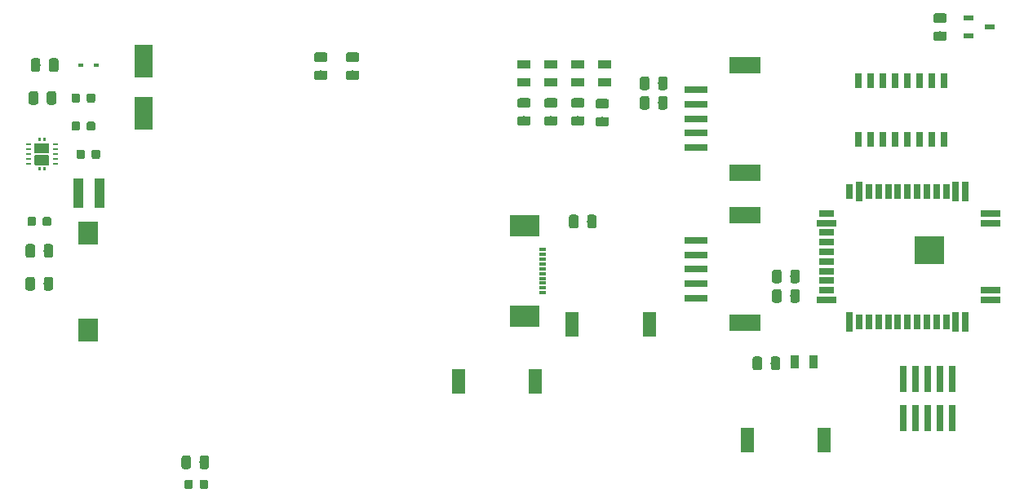
<source format=gtp>
G04 #@! TF.GenerationSoftware,KiCad,Pcbnew,(5.1.4)-1*
G04 #@! TF.CreationDate,2021-04-19T15:03:55+02:00*
G04 #@! TF.ProjectId,cSLIM-shield,63534c49-4d2d-4736-9869-656c642e6b69,rev?*
G04 #@! TF.SameCoordinates,Original*
G04 #@! TF.FileFunction,Paste,Top*
G04 #@! TF.FilePolarity,Positive*
%FSLAX46Y46*%
G04 Gerber Fmt 4.6, Leading zero omitted, Abs format (unit mm)*
G04 Created by KiCad (PCBNEW (5.1.4)-1) date 2021-04-19 15:03:55*
%MOMM*%
%LPD*%
G04 APERTURE LIST*
%ADD10C,0.250000*%
%ADD11C,0.875000*%
%ADD12R,0.700000X2.000000*%
%ADD13R,0.700000X1.500000*%
%ADD14R,1.500000X0.700000*%
%ADD15R,2.000000X0.700000*%
%ADD16R,3.030000X3.000000*%
%ADD17R,0.740000X2.795000*%
%ADD18R,2.400000X0.800000*%
%ADD19R,3.300000X1.800000*%
%ADD20R,1.140000X3.050000*%
%ADD21R,1.450000X0.950000*%
%ADD22R,1.400000X0.900000*%
%ADD23C,0.975000*%
%ADD24R,0.750000X1.600000*%
%ADD25R,1.400000X2.500000*%
%ADD26C,1.060000*%
%ADD27C,0.250000*%
%ADD28R,0.600000X0.240000*%
%ADD29R,1.050000X0.600000*%
%ADD30R,0.900000X1.400000*%
%ADD31R,2.000000X2.400000*%
%ADD32R,0.800000X0.300000*%
%ADD33R,3.050000X2.200000*%
%ADD34R,1.850000X3.500000*%
%ADD35R,0.560000X0.420000*%
G04 APERTURE END LIST*
D10*
G36*
X129018691Y-124621053D02*
G01*
X129039926Y-124624203D01*
X129060750Y-124629419D01*
X129080962Y-124636651D01*
X129100368Y-124645830D01*
X129118781Y-124656866D01*
X129136024Y-124669654D01*
X129151930Y-124684070D01*
X129166346Y-124699976D01*
X129179134Y-124717219D01*
X129190170Y-124735632D01*
X129199349Y-124755038D01*
X129206581Y-124775250D01*
X129211797Y-124796074D01*
X129214947Y-124817309D01*
X129216000Y-124838750D01*
X129216000Y-125351250D01*
X129214947Y-125372691D01*
X129211797Y-125393926D01*
X129206581Y-125414750D01*
X129199349Y-125434962D01*
X129190170Y-125454368D01*
X129179134Y-125472781D01*
X129166346Y-125490024D01*
X129151930Y-125505930D01*
X129136024Y-125520346D01*
X129118781Y-125533134D01*
X129100368Y-125544170D01*
X129080962Y-125553349D01*
X129060750Y-125560581D01*
X129039926Y-125565797D01*
X129018691Y-125568947D01*
X128997250Y-125570000D01*
X128559750Y-125570000D01*
X128538309Y-125568947D01*
X128517074Y-125565797D01*
X128496250Y-125560581D01*
X128476038Y-125553349D01*
X128456632Y-125544170D01*
X128438219Y-125533134D01*
X128420976Y-125520346D01*
X128405070Y-125505930D01*
X128390654Y-125490024D01*
X128377866Y-125472781D01*
X128366830Y-125454368D01*
X128357651Y-125434962D01*
X128350419Y-125414750D01*
X128345203Y-125393926D01*
X128342053Y-125372691D01*
X128341000Y-125351250D01*
X128341000Y-124838750D01*
X128342053Y-124817309D01*
X128345203Y-124796074D01*
X128350419Y-124775250D01*
X128357651Y-124755038D01*
X128366830Y-124735632D01*
X128377866Y-124717219D01*
X128390654Y-124699976D01*
X128405070Y-124684070D01*
X128420976Y-124669654D01*
X128438219Y-124656866D01*
X128456632Y-124645830D01*
X128476038Y-124636651D01*
X128496250Y-124629419D01*
X128517074Y-124624203D01*
X128538309Y-124621053D01*
X128559750Y-124620000D01*
X128997250Y-124620000D01*
X129018691Y-124621053D01*
X129018691Y-124621053D01*
G37*
D11*
X128778500Y-125095000D03*
D10*
G36*
X130593691Y-124621053D02*
G01*
X130614926Y-124624203D01*
X130635750Y-124629419D01*
X130655962Y-124636651D01*
X130675368Y-124645830D01*
X130693781Y-124656866D01*
X130711024Y-124669654D01*
X130726930Y-124684070D01*
X130741346Y-124699976D01*
X130754134Y-124717219D01*
X130765170Y-124735632D01*
X130774349Y-124755038D01*
X130781581Y-124775250D01*
X130786797Y-124796074D01*
X130789947Y-124817309D01*
X130791000Y-124838750D01*
X130791000Y-125351250D01*
X130789947Y-125372691D01*
X130786797Y-125393926D01*
X130781581Y-125414750D01*
X130774349Y-125434962D01*
X130765170Y-125454368D01*
X130754134Y-125472781D01*
X130741346Y-125490024D01*
X130726930Y-125505930D01*
X130711024Y-125520346D01*
X130693781Y-125533134D01*
X130675368Y-125544170D01*
X130655962Y-125553349D01*
X130635750Y-125560581D01*
X130614926Y-125565797D01*
X130593691Y-125568947D01*
X130572250Y-125570000D01*
X130134750Y-125570000D01*
X130113309Y-125568947D01*
X130092074Y-125565797D01*
X130071250Y-125560581D01*
X130051038Y-125553349D01*
X130031632Y-125544170D01*
X130013219Y-125533134D01*
X129995976Y-125520346D01*
X129980070Y-125505930D01*
X129965654Y-125490024D01*
X129952866Y-125472781D01*
X129941830Y-125454368D01*
X129932651Y-125434962D01*
X129925419Y-125414750D01*
X129920203Y-125393926D01*
X129917053Y-125372691D01*
X129916000Y-125351250D01*
X129916000Y-124838750D01*
X129917053Y-124817309D01*
X129920203Y-124796074D01*
X129925419Y-124775250D01*
X129932651Y-124755038D01*
X129941830Y-124735632D01*
X129952866Y-124717219D01*
X129965654Y-124699976D01*
X129980070Y-124684070D01*
X129995976Y-124669654D01*
X130013219Y-124656866D01*
X130031632Y-124645830D01*
X130051038Y-124636651D01*
X130071250Y-124629419D01*
X130092074Y-124624203D01*
X130113309Y-124621053D01*
X130134750Y-124620000D01*
X130572250Y-124620000D01*
X130593691Y-124621053D01*
X130593691Y-124621053D01*
G37*
D11*
X130353500Y-125095000D03*
D10*
G36*
X118883691Y-84489053D02*
G01*
X118904926Y-84492203D01*
X118925750Y-84497419D01*
X118945962Y-84504651D01*
X118965368Y-84513830D01*
X118983781Y-84524866D01*
X119001024Y-84537654D01*
X119016930Y-84552070D01*
X119031346Y-84567976D01*
X119044134Y-84585219D01*
X119055170Y-84603632D01*
X119064349Y-84623038D01*
X119071581Y-84643250D01*
X119076797Y-84664074D01*
X119079947Y-84685309D01*
X119081000Y-84706750D01*
X119081000Y-85219250D01*
X119079947Y-85240691D01*
X119076797Y-85261926D01*
X119071581Y-85282750D01*
X119064349Y-85302962D01*
X119055170Y-85322368D01*
X119044134Y-85340781D01*
X119031346Y-85358024D01*
X119016930Y-85373930D01*
X119001024Y-85388346D01*
X118983781Y-85401134D01*
X118965368Y-85412170D01*
X118945962Y-85421349D01*
X118925750Y-85428581D01*
X118904926Y-85433797D01*
X118883691Y-85436947D01*
X118862250Y-85438000D01*
X118424750Y-85438000D01*
X118403309Y-85436947D01*
X118382074Y-85433797D01*
X118361250Y-85428581D01*
X118341038Y-85421349D01*
X118321632Y-85412170D01*
X118303219Y-85401134D01*
X118285976Y-85388346D01*
X118270070Y-85373930D01*
X118255654Y-85358024D01*
X118242866Y-85340781D01*
X118231830Y-85322368D01*
X118222651Y-85302962D01*
X118215419Y-85282750D01*
X118210203Y-85261926D01*
X118207053Y-85240691D01*
X118206000Y-85219250D01*
X118206000Y-84706750D01*
X118207053Y-84685309D01*
X118210203Y-84664074D01*
X118215419Y-84643250D01*
X118222651Y-84623038D01*
X118231830Y-84603632D01*
X118242866Y-84585219D01*
X118255654Y-84567976D01*
X118270070Y-84552070D01*
X118285976Y-84537654D01*
X118303219Y-84524866D01*
X118321632Y-84513830D01*
X118341038Y-84504651D01*
X118361250Y-84497419D01*
X118382074Y-84492203D01*
X118403309Y-84489053D01*
X118424750Y-84488000D01*
X118862250Y-84488000D01*
X118883691Y-84489053D01*
X118883691Y-84489053D01*
G37*
D11*
X118643500Y-84963000D03*
D10*
G36*
X117308691Y-84489053D02*
G01*
X117329926Y-84492203D01*
X117350750Y-84497419D01*
X117370962Y-84504651D01*
X117390368Y-84513830D01*
X117408781Y-84524866D01*
X117426024Y-84537654D01*
X117441930Y-84552070D01*
X117456346Y-84567976D01*
X117469134Y-84585219D01*
X117480170Y-84603632D01*
X117489349Y-84623038D01*
X117496581Y-84643250D01*
X117501797Y-84664074D01*
X117504947Y-84685309D01*
X117506000Y-84706750D01*
X117506000Y-85219250D01*
X117504947Y-85240691D01*
X117501797Y-85261926D01*
X117496581Y-85282750D01*
X117489349Y-85302962D01*
X117480170Y-85322368D01*
X117469134Y-85340781D01*
X117456346Y-85358024D01*
X117441930Y-85373930D01*
X117426024Y-85388346D01*
X117408781Y-85401134D01*
X117390368Y-85412170D01*
X117370962Y-85421349D01*
X117350750Y-85428581D01*
X117329926Y-85433797D01*
X117308691Y-85436947D01*
X117287250Y-85438000D01*
X116849750Y-85438000D01*
X116828309Y-85436947D01*
X116807074Y-85433797D01*
X116786250Y-85428581D01*
X116766038Y-85421349D01*
X116746632Y-85412170D01*
X116728219Y-85401134D01*
X116710976Y-85388346D01*
X116695070Y-85373930D01*
X116680654Y-85358024D01*
X116667866Y-85340781D01*
X116656830Y-85322368D01*
X116647651Y-85302962D01*
X116640419Y-85282750D01*
X116635203Y-85261926D01*
X116632053Y-85240691D01*
X116631000Y-85219250D01*
X116631000Y-84706750D01*
X116632053Y-84685309D01*
X116635203Y-84664074D01*
X116640419Y-84643250D01*
X116647651Y-84623038D01*
X116656830Y-84603632D01*
X116667866Y-84585219D01*
X116680654Y-84567976D01*
X116695070Y-84552070D01*
X116710976Y-84537654D01*
X116728219Y-84524866D01*
X116746632Y-84513830D01*
X116766038Y-84504651D01*
X116786250Y-84497419D01*
X116807074Y-84492203D01*
X116828309Y-84489053D01*
X116849750Y-84488000D01*
X117287250Y-84488000D01*
X117308691Y-84489053D01*
X117308691Y-84489053D01*
G37*
D11*
X117068500Y-84963000D03*
D10*
G36*
X117308691Y-87410053D02*
G01*
X117329926Y-87413203D01*
X117350750Y-87418419D01*
X117370962Y-87425651D01*
X117390368Y-87434830D01*
X117408781Y-87445866D01*
X117426024Y-87458654D01*
X117441930Y-87473070D01*
X117456346Y-87488976D01*
X117469134Y-87506219D01*
X117480170Y-87524632D01*
X117489349Y-87544038D01*
X117496581Y-87564250D01*
X117501797Y-87585074D01*
X117504947Y-87606309D01*
X117506000Y-87627750D01*
X117506000Y-88140250D01*
X117504947Y-88161691D01*
X117501797Y-88182926D01*
X117496581Y-88203750D01*
X117489349Y-88223962D01*
X117480170Y-88243368D01*
X117469134Y-88261781D01*
X117456346Y-88279024D01*
X117441930Y-88294930D01*
X117426024Y-88309346D01*
X117408781Y-88322134D01*
X117390368Y-88333170D01*
X117370962Y-88342349D01*
X117350750Y-88349581D01*
X117329926Y-88354797D01*
X117308691Y-88357947D01*
X117287250Y-88359000D01*
X116849750Y-88359000D01*
X116828309Y-88357947D01*
X116807074Y-88354797D01*
X116786250Y-88349581D01*
X116766038Y-88342349D01*
X116746632Y-88333170D01*
X116728219Y-88322134D01*
X116710976Y-88309346D01*
X116695070Y-88294930D01*
X116680654Y-88279024D01*
X116667866Y-88261781D01*
X116656830Y-88243368D01*
X116647651Y-88223962D01*
X116640419Y-88203750D01*
X116635203Y-88182926D01*
X116632053Y-88161691D01*
X116631000Y-88140250D01*
X116631000Y-87627750D01*
X116632053Y-87606309D01*
X116635203Y-87585074D01*
X116640419Y-87564250D01*
X116647651Y-87544038D01*
X116656830Y-87524632D01*
X116667866Y-87506219D01*
X116680654Y-87488976D01*
X116695070Y-87473070D01*
X116710976Y-87458654D01*
X116728219Y-87445866D01*
X116746632Y-87434830D01*
X116766038Y-87425651D01*
X116786250Y-87418419D01*
X116807074Y-87413203D01*
X116828309Y-87410053D01*
X116849750Y-87409000D01*
X117287250Y-87409000D01*
X117308691Y-87410053D01*
X117308691Y-87410053D01*
G37*
D11*
X117068500Y-87884000D03*
D10*
G36*
X118883691Y-87410053D02*
G01*
X118904926Y-87413203D01*
X118925750Y-87418419D01*
X118945962Y-87425651D01*
X118965368Y-87434830D01*
X118983781Y-87445866D01*
X119001024Y-87458654D01*
X119016930Y-87473070D01*
X119031346Y-87488976D01*
X119044134Y-87506219D01*
X119055170Y-87524632D01*
X119064349Y-87544038D01*
X119071581Y-87564250D01*
X119076797Y-87585074D01*
X119079947Y-87606309D01*
X119081000Y-87627750D01*
X119081000Y-88140250D01*
X119079947Y-88161691D01*
X119076797Y-88182926D01*
X119071581Y-88203750D01*
X119064349Y-88223962D01*
X119055170Y-88243368D01*
X119044134Y-88261781D01*
X119031346Y-88279024D01*
X119016930Y-88294930D01*
X119001024Y-88309346D01*
X118983781Y-88322134D01*
X118965368Y-88333170D01*
X118945962Y-88342349D01*
X118925750Y-88349581D01*
X118904926Y-88354797D01*
X118883691Y-88357947D01*
X118862250Y-88359000D01*
X118424750Y-88359000D01*
X118403309Y-88357947D01*
X118382074Y-88354797D01*
X118361250Y-88349581D01*
X118341038Y-88342349D01*
X118321632Y-88333170D01*
X118303219Y-88322134D01*
X118285976Y-88309346D01*
X118270070Y-88294930D01*
X118255654Y-88279024D01*
X118242866Y-88261781D01*
X118231830Y-88243368D01*
X118222651Y-88223962D01*
X118215419Y-88203750D01*
X118210203Y-88182926D01*
X118207053Y-88161691D01*
X118206000Y-88140250D01*
X118206000Y-87627750D01*
X118207053Y-87606309D01*
X118210203Y-87585074D01*
X118215419Y-87564250D01*
X118222651Y-87544038D01*
X118231830Y-87524632D01*
X118242866Y-87506219D01*
X118255654Y-87488976D01*
X118270070Y-87473070D01*
X118285976Y-87458654D01*
X118303219Y-87445866D01*
X118321632Y-87434830D01*
X118341038Y-87425651D01*
X118361250Y-87418419D01*
X118382074Y-87413203D01*
X118403309Y-87410053D01*
X118424750Y-87409000D01*
X118862250Y-87409000D01*
X118883691Y-87410053D01*
X118883691Y-87410053D01*
G37*
D11*
X118643500Y-87884000D03*
D10*
G36*
X117816691Y-90331053D02*
G01*
X117837926Y-90334203D01*
X117858750Y-90339419D01*
X117878962Y-90346651D01*
X117898368Y-90355830D01*
X117916781Y-90366866D01*
X117934024Y-90379654D01*
X117949930Y-90394070D01*
X117964346Y-90409976D01*
X117977134Y-90427219D01*
X117988170Y-90445632D01*
X117997349Y-90465038D01*
X118004581Y-90485250D01*
X118009797Y-90506074D01*
X118012947Y-90527309D01*
X118014000Y-90548750D01*
X118014000Y-91061250D01*
X118012947Y-91082691D01*
X118009797Y-91103926D01*
X118004581Y-91124750D01*
X117997349Y-91144962D01*
X117988170Y-91164368D01*
X117977134Y-91182781D01*
X117964346Y-91200024D01*
X117949930Y-91215930D01*
X117934024Y-91230346D01*
X117916781Y-91243134D01*
X117898368Y-91254170D01*
X117878962Y-91263349D01*
X117858750Y-91270581D01*
X117837926Y-91275797D01*
X117816691Y-91278947D01*
X117795250Y-91280000D01*
X117357750Y-91280000D01*
X117336309Y-91278947D01*
X117315074Y-91275797D01*
X117294250Y-91270581D01*
X117274038Y-91263349D01*
X117254632Y-91254170D01*
X117236219Y-91243134D01*
X117218976Y-91230346D01*
X117203070Y-91215930D01*
X117188654Y-91200024D01*
X117175866Y-91182781D01*
X117164830Y-91164368D01*
X117155651Y-91144962D01*
X117148419Y-91124750D01*
X117143203Y-91103926D01*
X117140053Y-91082691D01*
X117139000Y-91061250D01*
X117139000Y-90548750D01*
X117140053Y-90527309D01*
X117143203Y-90506074D01*
X117148419Y-90485250D01*
X117155651Y-90465038D01*
X117164830Y-90445632D01*
X117175866Y-90427219D01*
X117188654Y-90409976D01*
X117203070Y-90394070D01*
X117218976Y-90379654D01*
X117236219Y-90366866D01*
X117254632Y-90355830D01*
X117274038Y-90346651D01*
X117294250Y-90339419D01*
X117315074Y-90334203D01*
X117336309Y-90331053D01*
X117357750Y-90330000D01*
X117795250Y-90330000D01*
X117816691Y-90331053D01*
X117816691Y-90331053D01*
G37*
D11*
X117576500Y-90805000D03*
D10*
G36*
X119391691Y-90331053D02*
G01*
X119412926Y-90334203D01*
X119433750Y-90339419D01*
X119453962Y-90346651D01*
X119473368Y-90355830D01*
X119491781Y-90366866D01*
X119509024Y-90379654D01*
X119524930Y-90394070D01*
X119539346Y-90409976D01*
X119552134Y-90427219D01*
X119563170Y-90445632D01*
X119572349Y-90465038D01*
X119579581Y-90485250D01*
X119584797Y-90506074D01*
X119587947Y-90527309D01*
X119589000Y-90548750D01*
X119589000Y-91061250D01*
X119587947Y-91082691D01*
X119584797Y-91103926D01*
X119579581Y-91124750D01*
X119572349Y-91144962D01*
X119563170Y-91164368D01*
X119552134Y-91182781D01*
X119539346Y-91200024D01*
X119524930Y-91215930D01*
X119509024Y-91230346D01*
X119491781Y-91243134D01*
X119473368Y-91254170D01*
X119453962Y-91263349D01*
X119433750Y-91270581D01*
X119412926Y-91275797D01*
X119391691Y-91278947D01*
X119370250Y-91280000D01*
X118932750Y-91280000D01*
X118911309Y-91278947D01*
X118890074Y-91275797D01*
X118869250Y-91270581D01*
X118849038Y-91263349D01*
X118829632Y-91254170D01*
X118811219Y-91243134D01*
X118793976Y-91230346D01*
X118778070Y-91215930D01*
X118763654Y-91200024D01*
X118750866Y-91182781D01*
X118739830Y-91164368D01*
X118730651Y-91144962D01*
X118723419Y-91124750D01*
X118718203Y-91103926D01*
X118715053Y-91082691D01*
X118714000Y-91061250D01*
X118714000Y-90548750D01*
X118715053Y-90527309D01*
X118718203Y-90506074D01*
X118723419Y-90485250D01*
X118730651Y-90465038D01*
X118739830Y-90445632D01*
X118750866Y-90427219D01*
X118763654Y-90409976D01*
X118778070Y-90394070D01*
X118793976Y-90379654D01*
X118811219Y-90366866D01*
X118829632Y-90355830D01*
X118849038Y-90346651D01*
X118869250Y-90339419D01*
X118890074Y-90334203D01*
X118911309Y-90331053D01*
X118932750Y-90330000D01*
X119370250Y-90330000D01*
X119391691Y-90331053D01*
X119391691Y-90331053D01*
G37*
D11*
X119151500Y-90805000D03*
D12*
X209374000Y-94690000D03*
X208374000Y-94690000D03*
D13*
X207374000Y-94690000D03*
X206374000Y-94690000D03*
X205374000Y-94690000D03*
X204374000Y-94690000D03*
X203374000Y-94690000D03*
X202374000Y-94690000D03*
X201374000Y-94690000D03*
X200374000Y-94690000D03*
X199374000Y-94690000D03*
D12*
X198374000Y-94690000D03*
D13*
X197374000Y-94690000D03*
D14*
X194954000Y-96940000D03*
D15*
X194954000Y-97940000D03*
D14*
X194954000Y-98940000D03*
X194954000Y-99940000D03*
X194954000Y-100940000D03*
X194954000Y-101940000D03*
X194954000Y-102940000D03*
X194954000Y-103940000D03*
X194954000Y-104940000D03*
D15*
X194954000Y-105940000D03*
D12*
X197374000Y-108190000D03*
D13*
X198374000Y-108190000D03*
X199374000Y-108190000D03*
X200374000Y-108190000D03*
X201374000Y-108190000D03*
X202374000Y-108190000D03*
X203374000Y-108190000D03*
X204374000Y-108190000D03*
X205374000Y-108190000D03*
X206374000Y-108190000D03*
X207374000Y-108190000D03*
D12*
X208374000Y-108190000D03*
X209374000Y-108190000D03*
D15*
X211954000Y-105940000D03*
X211954000Y-104940000D03*
X211954000Y-97940000D03*
X211954000Y-96940000D03*
D16*
X205624000Y-100740000D03*
D17*
X202946000Y-118237500D03*
X202946000Y-114172500D03*
X204216000Y-118237500D03*
X204216000Y-114172500D03*
X205486000Y-118237500D03*
X205486000Y-114172500D03*
X206756000Y-118237500D03*
X206756000Y-114172500D03*
X208026000Y-118237500D03*
X208026000Y-114172500D03*
D18*
X181458000Y-99743000D03*
X181458000Y-101243000D03*
X181458000Y-102743000D03*
X181458000Y-104243000D03*
X181458000Y-105743000D03*
D19*
X186508000Y-97143000D03*
X186508000Y-108343000D03*
D20*
X119508000Y-94869000D03*
X117348000Y-94869000D03*
D21*
X171958000Y-81473000D03*
X171958000Y-83373000D03*
D22*
X169164000Y-81473000D03*
X169164000Y-83373000D03*
X166370000Y-83373000D03*
X166370000Y-81473000D03*
X163576000Y-81473000D03*
X163576000Y-83373000D03*
D10*
G36*
X190084142Y-104838174D02*
G01*
X190107803Y-104841684D01*
X190131007Y-104847496D01*
X190153529Y-104855554D01*
X190175153Y-104865782D01*
X190195670Y-104878079D01*
X190214883Y-104892329D01*
X190232607Y-104908393D01*
X190248671Y-104926117D01*
X190262921Y-104945330D01*
X190275218Y-104965847D01*
X190285446Y-104987471D01*
X190293504Y-105009993D01*
X190299316Y-105033197D01*
X190302826Y-105056858D01*
X190304000Y-105080750D01*
X190304000Y-105993250D01*
X190302826Y-106017142D01*
X190299316Y-106040803D01*
X190293504Y-106064007D01*
X190285446Y-106086529D01*
X190275218Y-106108153D01*
X190262921Y-106128670D01*
X190248671Y-106147883D01*
X190232607Y-106165607D01*
X190214883Y-106181671D01*
X190195670Y-106195921D01*
X190175153Y-106208218D01*
X190153529Y-106218446D01*
X190131007Y-106226504D01*
X190107803Y-106232316D01*
X190084142Y-106235826D01*
X190060250Y-106237000D01*
X189572750Y-106237000D01*
X189548858Y-106235826D01*
X189525197Y-106232316D01*
X189501993Y-106226504D01*
X189479471Y-106218446D01*
X189457847Y-106208218D01*
X189437330Y-106195921D01*
X189418117Y-106181671D01*
X189400393Y-106165607D01*
X189384329Y-106147883D01*
X189370079Y-106128670D01*
X189357782Y-106108153D01*
X189347554Y-106086529D01*
X189339496Y-106064007D01*
X189333684Y-106040803D01*
X189330174Y-106017142D01*
X189329000Y-105993250D01*
X189329000Y-105080750D01*
X189330174Y-105056858D01*
X189333684Y-105033197D01*
X189339496Y-105009993D01*
X189347554Y-104987471D01*
X189357782Y-104965847D01*
X189370079Y-104945330D01*
X189384329Y-104926117D01*
X189400393Y-104908393D01*
X189418117Y-104892329D01*
X189437330Y-104878079D01*
X189457847Y-104865782D01*
X189479471Y-104855554D01*
X189501993Y-104847496D01*
X189525197Y-104841684D01*
X189548858Y-104838174D01*
X189572750Y-104837000D01*
X190060250Y-104837000D01*
X190084142Y-104838174D01*
X190084142Y-104838174D01*
G37*
D23*
X189816500Y-105537000D03*
D10*
G36*
X191959142Y-104838174D02*
G01*
X191982803Y-104841684D01*
X192006007Y-104847496D01*
X192028529Y-104855554D01*
X192050153Y-104865782D01*
X192070670Y-104878079D01*
X192089883Y-104892329D01*
X192107607Y-104908393D01*
X192123671Y-104926117D01*
X192137921Y-104945330D01*
X192150218Y-104965847D01*
X192160446Y-104987471D01*
X192168504Y-105009993D01*
X192174316Y-105033197D01*
X192177826Y-105056858D01*
X192179000Y-105080750D01*
X192179000Y-105993250D01*
X192177826Y-106017142D01*
X192174316Y-106040803D01*
X192168504Y-106064007D01*
X192160446Y-106086529D01*
X192150218Y-106108153D01*
X192137921Y-106128670D01*
X192123671Y-106147883D01*
X192107607Y-106165607D01*
X192089883Y-106181671D01*
X192070670Y-106195921D01*
X192050153Y-106208218D01*
X192028529Y-106218446D01*
X192006007Y-106226504D01*
X191982803Y-106232316D01*
X191959142Y-106235826D01*
X191935250Y-106237000D01*
X191447750Y-106237000D01*
X191423858Y-106235826D01*
X191400197Y-106232316D01*
X191376993Y-106226504D01*
X191354471Y-106218446D01*
X191332847Y-106208218D01*
X191312330Y-106195921D01*
X191293117Y-106181671D01*
X191275393Y-106165607D01*
X191259329Y-106147883D01*
X191245079Y-106128670D01*
X191232782Y-106108153D01*
X191222554Y-106086529D01*
X191214496Y-106064007D01*
X191208684Y-106040803D01*
X191205174Y-106017142D01*
X191204000Y-105993250D01*
X191204000Y-105080750D01*
X191205174Y-105056858D01*
X191208684Y-105033197D01*
X191214496Y-105009993D01*
X191222554Y-104987471D01*
X191232782Y-104965847D01*
X191245079Y-104945330D01*
X191259329Y-104926117D01*
X191275393Y-104908393D01*
X191293117Y-104892329D01*
X191312330Y-104878079D01*
X191332847Y-104865782D01*
X191354471Y-104855554D01*
X191376993Y-104847496D01*
X191400197Y-104841684D01*
X191423858Y-104838174D01*
X191447750Y-104837000D01*
X191935250Y-104837000D01*
X191959142Y-104838174D01*
X191959142Y-104838174D01*
G37*
D23*
X191691500Y-105537000D03*
D10*
G36*
X190084142Y-102806174D02*
G01*
X190107803Y-102809684D01*
X190131007Y-102815496D01*
X190153529Y-102823554D01*
X190175153Y-102833782D01*
X190195670Y-102846079D01*
X190214883Y-102860329D01*
X190232607Y-102876393D01*
X190248671Y-102894117D01*
X190262921Y-102913330D01*
X190275218Y-102933847D01*
X190285446Y-102955471D01*
X190293504Y-102977993D01*
X190299316Y-103001197D01*
X190302826Y-103024858D01*
X190304000Y-103048750D01*
X190304000Y-103961250D01*
X190302826Y-103985142D01*
X190299316Y-104008803D01*
X190293504Y-104032007D01*
X190285446Y-104054529D01*
X190275218Y-104076153D01*
X190262921Y-104096670D01*
X190248671Y-104115883D01*
X190232607Y-104133607D01*
X190214883Y-104149671D01*
X190195670Y-104163921D01*
X190175153Y-104176218D01*
X190153529Y-104186446D01*
X190131007Y-104194504D01*
X190107803Y-104200316D01*
X190084142Y-104203826D01*
X190060250Y-104205000D01*
X189572750Y-104205000D01*
X189548858Y-104203826D01*
X189525197Y-104200316D01*
X189501993Y-104194504D01*
X189479471Y-104186446D01*
X189457847Y-104176218D01*
X189437330Y-104163921D01*
X189418117Y-104149671D01*
X189400393Y-104133607D01*
X189384329Y-104115883D01*
X189370079Y-104096670D01*
X189357782Y-104076153D01*
X189347554Y-104054529D01*
X189339496Y-104032007D01*
X189333684Y-104008803D01*
X189330174Y-103985142D01*
X189329000Y-103961250D01*
X189329000Y-103048750D01*
X189330174Y-103024858D01*
X189333684Y-103001197D01*
X189339496Y-102977993D01*
X189347554Y-102955471D01*
X189357782Y-102933847D01*
X189370079Y-102913330D01*
X189384329Y-102894117D01*
X189400393Y-102876393D01*
X189418117Y-102860329D01*
X189437330Y-102846079D01*
X189457847Y-102833782D01*
X189479471Y-102823554D01*
X189501993Y-102815496D01*
X189525197Y-102809684D01*
X189548858Y-102806174D01*
X189572750Y-102805000D01*
X190060250Y-102805000D01*
X190084142Y-102806174D01*
X190084142Y-102806174D01*
G37*
D23*
X189816500Y-103505000D03*
D10*
G36*
X191959142Y-102806174D02*
G01*
X191982803Y-102809684D01*
X192006007Y-102815496D01*
X192028529Y-102823554D01*
X192050153Y-102833782D01*
X192070670Y-102846079D01*
X192089883Y-102860329D01*
X192107607Y-102876393D01*
X192123671Y-102894117D01*
X192137921Y-102913330D01*
X192150218Y-102933847D01*
X192160446Y-102955471D01*
X192168504Y-102977993D01*
X192174316Y-103001197D01*
X192177826Y-103024858D01*
X192179000Y-103048750D01*
X192179000Y-103961250D01*
X192177826Y-103985142D01*
X192174316Y-104008803D01*
X192168504Y-104032007D01*
X192160446Y-104054529D01*
X192150218Y-104076153D01*
X192137921Y-104096670D01*
X192123671Y-104115883D01*
X192107607Y-104133607D01*
X192089883Y-104149671D01*
X192070670Y-104163921D01*
X192050153Y-104176218D01*
X192028529Y-104186446D01*
X192006007Y-104194504D01*
X191982803Y-104200316D01*
X191959142Y-104203826D01*
X191935250Y-104205000D01*
X191447750Y-104205000D01*
X191423858Y-104203826D01*
X191400197Y-104200316D01*
X191376993Y-104194504D01*
X191354471Y-104186446D01*
X191332847Y-104176218D01*
X191312330Y-104163921D01*
X191293117Y-104149671D01*
X191275393Y-104133607D01*
X191259329Y-104115883D01*
X191245079Y-104096670D01*
X191232782Y-104076153D01*
X191222554Y-104054529D01*
X191214496Y-104032007D01*
X191208684Y-104008803D01*
X191205174Y-103985142D01*
X191204000Y-103961250D01*
X191204000Y-103048750D01*
X191205174Y-103024858D01*
X191208684Y-103001197D01*
X191214496Y-102977993D01*
X191222554Y-102955471D01*
X191232782Y-102933847D01*
X191245079Y-102913330D01*
X191259329Y-102894117D01*
X191275393Y-102876393D01*
X191293117Y-102860329D01*
X191312330Y-102846079D01*
X191332847Y-102833782D01*
X191354471Y-102823554D01*
X191376993Y-102815496D01*
X191400197Y-102809684D01*
X191423858Y-102806174D01*
X191447750Y-102805000D01*
X191935250Y-102805000D01*
X191959142Y-102806174D01*
X191959142Y-102806174D01*
G37*
D23*
X191691500Y-103505000D03*
D10*
G36*
X172184142Y-85063174D02*
G01*
X172207803Y-85066684D01*
X172231007Y-85072496D01*
X172253529Y-85080554D01*
X172275153Y-85090782D01*
X172295670Y-85103079D01*
X172314883Y-85117329D01*
X172332607Y-85133393D01*
X172348671Y-85151117D01*
X172362921Y-85170330D01*
X172375218Y-85190847D01*
X172385446Y-85212471D01*
X172393504Y-85234993D01*
X172399316Y-85258197D01*
X172402826Y-85281858D01*
X172404000Y-85305750D01*
X172404000Y-85793250D01*
X172402826Y-85817142D01*
X172399316Y-85840803D01*
X172393504Y-85864007D01*
X172385446Y-85886529D01*
X172375218Y-85908153D01*
X172362921Y-85928670D01*
X172348671Y-85947883D01*
X172332607Y-85965607D01*
X172314883Y-85981671D01*
X172295670Y-85995921D01*
X172275153Y-86008218D01*
X172253529Y-86018446D01*
X172231007Y-86026504D01*
X172207803Y-86032316D01*
X172184142Y-86035826D01*
X172160250Y-86037000D01*
X171247750Y-86037000D01*
X171223858Y-86035826D01*
X171200197Y-86032316D01*
X171176993Y-86026504D01*
X171154471Y-86018446D01*
X171132847Y-86008218D01*
X171112330Y-85995921D01*
X171093117Y-85981671D01*
X171075393Y-85965607D01*
X171059329Y-85947883D01*
X171045079Y-85928670D01*
X171032782Y-85908153D01*
X171022554Y-85886529D01*
X171014496Y-85864007D01*
X171008684Y-85840803D01*
X171005174Y-85817142D01*
X171004000Y-85793250D01*
X171004000Y-85305750D01*
X171005174Y-85281858D01*
X171008684Y-85258197D01*
X171014496Y-85234993D01*
X171022554Y-85212471D01*
X171032782Y-85190847D01*
X171045079Y-85170330D01*
X171059329Y-85151117D01*
X171075393Y-85133393D01*
X171093117Y-85117329D01*
X171112330Y-85103079D01*
X171132847Y-85090782D01*
X171154471Y-85080554D01*
X171176993Y-85072496D01*
X171200197Y-85066684D01*
X171223858Y-85063174D01*
X171247750Y-85062000D01*
X172160250Y-85062000D01*
X172184142Y-85063174D01*
X172184142Y-85063174D01*
G37*
D23*
X171704000Y-85549500D03*
D10*
G36*
X172184142Y-86938174D02*
G01*
X172207803Y-86941684D01*
X172231007Y-86947496D01*
X172253529Y-86955554D01*
X172275153Y-86965782D01*
X172295670Y-86978079D01*
X172314883Y-86992329D01*
X172332607Y-87008393D01*
X172348671Y-87026117D01*
X172362921Y-87045330D01*
X172375218Y-87065847D01*
X172385446Y-87087471D01*
X172393504Y-87109993D01*
X172399316Y-87133197D01*
X172402826Y-87156858D01*
X172404000Y-87180750D01*
X172404000Y-87668250D01*
X172402826Y-87692142D01*
X172399316Y-87715803D01*
X172393504Y-87739007D01*
X172385446Y-87761529D01*
X172375218Y-87783153D01*
X172362921Y-87803670D01*
X172348671Y-87822883D01*
X172332607Y-87840607D01*
X172314883Y-87856671D01*
X172295670Y-87870921D01*
X172275153Y-87883218D01*
X172253529Y-87893446D01*
X172231007Y-87901504D01*
X172207803Y-87907316D01*
X172184142Y-87910826D01*
X172160250Y-87912000D01*
X171247750Y-87912000D01*
X171223858Y-87910826D01*
X171200197Y-87907316D01*
X171176993Y-87901504D01*
X171154471Y-87893446D01*
X171132847Y-87883218D01*
X171112330Y-87870921D01*
X171093117Y-87856671D01*
X171075393Y-87840607D01*
X171059329Y-87822883D01*
X171045079Y-87803670D01*
X171032782Y-87783153D01*
X171022554Y-87761529D01*
X171014496Y-87739007D01*
X171008684Y-87715803D01*
X171005174Y-87692142D01*
X171004000Y-87668250D01*
X171004000Y-87180750D01*
X171005174Y-87156858D01*
X171008684Y-87133197D01*
X171014496Y-87109993D01*
X171022554Y-87087471D01*
X171032782Y-87065847D01*
X171045079Y-87045330D01*
X171059329Y-87026117D01*
X171075393Y-87008393D01*
X171093117Y-86992329D01*
X171112330Y-86978079D01*
X171132847Y-86965782D01*
X171154471Y-86955554D01*
X171176993Y-86947496D01*
X171200197Y-86941684D01*
X171223858Y-86938174D01*
X171247750Y-86937000D01*
X172160250Y-86937000D01*
X172184142Y-86938174D01*
X172184142Y-86938174D01*
G37*
D23*
X171704000Y-87424500D03*
D10*
G36*
X169644142Y-86859674D02*
G01*
X169667803Y-86863184D01*
X169691007Y-86868996D01*
X169713529Y-86877054D01*
X169735153Y-86887282D01*
X169755670Y-86899579D01*
X169774883Y-86913829D01*
X169792607Y-86929893D01*
X169808671Y-86947617D01*
X169822921Y-86966830D01*
X169835218Y-86987347D01*
X169845446Y-87008971D01*
X169853504Y-87031493D01*
X169859316Y-87054697D01*
X169862826Y-87078358D01*
X169864000Y-87102250D01*
X169864000Y-87589750D01*
X169862826Y-87613642D01*
X169859316Y-87637303D01*
X169853504Y-87660507D01*
X169845446Y-87683029D01*
X169835218Y-87704653D01*
X169822921Y-87725170D01*
X169808671Y-87744383D01*
X169792607Y-87762107D01*
X169774883Y-87778171D01*
X169755670Y-87792421D01*
X169735153Y-87804718D01*
X169713529Y-87814946D01*
X169691007Y-87823004D01*
X169667803Y-87828816D01*
X169644142Y-87832326D01*
X169620250Y-87833500D01*
X168707750Y-87833500D01*
X168683858Y-87832326D01*
X168660197Y-87828816D01*
X168636993Y-87823004D01*
X168614471Y-87814946D01*
X168592847Y-87804718D01*
X168572330Y-87792421D01*
X168553117Y-87778171D01*
X168535393Y-87762107D01*
X168519329Y-87744383D01*
X168505079Y-87725170D01*
X168492782Y-87704653D01*
X168482554Y-87683029D01*
X168474496Y-87660507D01*
X168468684Y-87637303D01*
X168465174Y-87613642D01*
X168464000Y-87589750D01*
X168464000Y-87102250D01*
X168465174Y-87078358D01*
X168468684Y-87054697D01*
X168474496Y-87031493D01*
X168482554Y-87008971D01*
X168492782Y-86987347D01*
X168505079Y-86966830D01*
X168519329Y-86947617D01*
X168535393Y-86929893D01*
X168553117Y-86913829D01*
X168572330Y-86899579D01*
X168592847Y-86887282D01*
X168614471Y-86877054D01*
X168636993Y-86868996D01*
X168660197Y-86863184D01*
X168683858Y-86859674D01*
X168707750Y-86858500D01*
X169620250Y-86858500D01*
X169644142Y-86859674D01*
X169644142Y-86859674D01*
G37*
D23*
X169164000Y-87346000D03*
D10*
G36*
X169644142Y-84984674D02*
G01*
X169667803Y-84988184D01*
X169691007Y-84993996D01*
X169713529Y-85002054D01*
X169735153Y-85012282D01*
X169755670Y-85024579D01*
X169774883Y-85038829D01*
X169792607Y-85054893D01*
X169808671Y-85072617D01*
X169822921Y-85091830D01*
X169835218Y-85112347D01*
X169845446Y-85133971D01*
X169853504Y-85156493D01*
X169859316Y-85179697D01*
X169862826Y-85203358D01*
X169864000Y-85227250D01*
X169864000Y-85714750D01*
X169862826Y-85738642D01*
X169859316Y-85762303D01*
X169853504Y-85785507D01*
X169845446Y-85808029D01*
X169835218Y-85829653D01*
X169822921Y-85850170D01*
X169808671Y-85869383D01*
X169792607Y-85887107D01*
X169774883Y-85903171D01*
X169755670Y-85917421D01*
X169735153Y-85929718D01*
X169713529Y-85939946D01*
X169691007Y-85948004D01*
X169667803Y-85953816D01*
X169644142Y-85957326D01*
X169620250Y-85958500D01*
X168707750Y-85958500D01*
X168683858Y-85957326D01*
X168660197Y-85953816D01*
X168636993Y-85948004D01*
X168614471Y-85939946D01*
X168592847Y-85929718D01*
X168572330Y-85917421D01*
X168553117Y-85903171D01*
X168535393Y-85887107D01*
X168519329Y-85869383D01*
X168505079Y-85850170D01*
X168492782Y-85829653D01*
X168482554Y-85808029D01*
X168474496Y-85785507D01*
X168468684Y-85762303D01*
X168465174Y-85738642D01*
X168464000Y-85714750D01*
X168464000Y-85227250D01*
X168465174Y-85203358D01*
X168468684Y-85179697D01*
X168474496Y-85156493D01*
X168482554Y-85133971D01*
X168492782Y-85112347D01*
X168505079Y-85091830D01*
X168519329Y-85072617D01*
X168535393Y-85054893D01*
X168553117Y-85038829D01*
X168572330Y-85024579D01*
X168592847Y-85012282D01*
X168614471Y-85002054D01*
X168636993Y-84993996D01*
X168660197Y-84988184D01*
X168683858Y-84984674D01*
X168707750Y-84983500D01*
X169620250Y-84983500D01*
X169644142Y-84984674D01*
X169644142Y-84984674D01*
G37*
D23*
X169164000Y-85471000D03*
D10*
G36*
X166850142Y-84984674D02*
G01*
X166873803Y-84988184D01*
X166897007Y-84993996D01*
X166919529Y-85002054D01*
X166941153Y-85012282D01*
X166961670Y-85024579D01*
X166980883Y-85038829D01*
X166998607Y-85054893D01*
X167014671Y-85072617D01*
X167028921Y-85091830D01*
X167041218Y-85112347D01*
X167051446Y-85133971D01*
X167059504Y-85156493D01*
X167065316Y-85179697D01*
X167068826Y-85203358D01*
X167070000Y-85227250D01*
X167070000Y-85714750D01*
X167068826Y-85738642D01*
X167065316Y-85762303D01*
X167059504Y-85785507D01*
X167051446Y-85808029D01*
X167041218Y-85829653D01*
X167028921Y-85850170D01*
X167014671Y-85869383D01*
X166998607Y-85887107D01*
X166980883Y-85903171D01*
X166961670Y-85917421D01*
X166941153Y-85929718D01*
X166919529Y-85939946D01*
X166897007Y-85948004D01*
X166873803Y-85953816D01*
X166850142Y-85957326D01*
X166826250Y-85958500D01*
X165913750Y-85958500D01*
X165889858Y-85957326D01*
X165866197Y-85953816D01*
X165842993Y-85948004D01*
X165820471Y-85939946D01*
X165798847Y-85929718D01*
X165778330Y-85917421D01*
X165759117Y-85903171D01*
X165741393Y-85887107D01*
X165725329Y-85869383D01*
X165711079Y-85850170D01*
X165698782Y-85829653D01*
X165688554Y-85808029D01*
X165680496Y-85785507D01*
X165674684Y-85762303D01*
X165671174Y-85738642D01*
X165670000Y-85714750D01*
X165670000Y-85227250D01*
X165671174Y-85203358D01*
X165674684Y-85179697D01*
X165680496Y-85156493D01*
X165688554Y-85133971D01*
X165698782Y-85112347D01*
X165711079Y-85091830D01*
X165725329Y-85072617D01*
X165741393Y-85054893D01*
X165759117Y-85038829D01*
X165778330Y-85024579D01*
X165798847Y-85012282D01*
X165820471Y-85002054D01*
X165842993Y-84993996D01*
X165866197Y-84988184D01*
X165889858Y-84984674D01*
X165913750Y-84983500D01*
X166826250Y-84983500D01*
X166850142Y-84984674D01*
X166850142Y-84984674D01*
G37*
D23*
X166370000Y-85471000D03*
D10*
G36*
X166850142Y-86859674D02*
G01*
X166873803Y-86863184D01*
X166897007Y-86868996D01*
X166919529Y-86877054D01*
X166941153Y-86887282D01*
X166961670Y-86899579D01*
X166980883Y-86913829D01*
X166998607Y-86929893D01*
X167014671Y-86947617D01*
X167028921Y-86966830D01*
X167041218Y-86987347D01*
X167051446Y-87008971D01*
X167059504Y-87031493D01*
X167065316Y-87054697D01*
X167068826Y-87078358D01*
X167070000Y-87102250D01*
X167070000Y-87589750D01*
X167068826Y-87613642D01*
X167065316Y-87637303D01*
X167059504Y-87660507D01*
X167051446Y-87683029D01*
X167041218Y-87704653D01*
X167028921Y-87725170D01*
X167014671Y-87744383D01*
X166998607Y-87762107D01*
X166980883Y-87778171D01*
X166961670Y-87792421D01*
X166941153Y-87804718D01*
X166919529Y-87814946D01*
X166897007Y-87823004D01*
X166873803Y-87828816D01*
X166850142Y-87832326D01*
X166826250Y-87833500D01*
X165913750Y-87833500D01*
X165889858Y-87832326D01*
X165866197Y-87828816D01*
X165842993Y-87823004D01*
X165820471Y-87814946D01*
X165798847Y-87804718D01*
X165778330Y-87792421D01*
X165759117Y-87778171D01*
X165741393Y-87762107D01*
X165725329Y-87744383D01*
X165711079Y-87725170D01*
X165698782Y-87704653D01*
X165688554Y-87683029D01*
X165680496Y-87660507D01*
X165674684Y-87637303D01*
X165671174Y-87613642D01*
X165670000Y-87589750D01*
X165670000Y-87102250D01*
X165671174Y-87078358D01*
X165674684Y-87054697D01*
X165680496Y-87031493D01*
X165688554Y-87008971D01*
X165698782Y-86987347D01*
X165711079Y-86966830D01*
X165725329Y-86947617D01*
X165741393Y-86929893D01*
X165759117Y-86913829D01*
X165778330Y-86899579D01*
X165798847Y-86887282D01*
X165820471Y-86877054D01*
X165842993Y-86868996D01*
X165866197Y-86863184D01*
X165889858Y-86859674D01*
X165913750Y-86858500D01*
X166826250Y-86858500D01*
X166850142Y-86859674D01*
X166850142Y-86859674D01*
G37*
D23*
X166370000Y-87346000D03*
D10*
G36*
X164056142Y-86859674D02*
G01*
X164079803Y-86863184D01*
X164103007Y-86868996D01*
X164125529Y-86877054D01*
X164147153Y-86887282D01*
X164167670Y-86899579D01*
X164186883Y-86913829D01*
X164204607Y-86929893D01*
X164220671Y-86947617D01*
X164234921Y-86966830D01*
X164247218Y-86987347D01*
X164257446Y-87008971D01*
X164265504Y-87031493D01*
X164271316Y-87054697D01*
X164274826Y-87078358D01*
X164276000Y-87102250D01*
X164276000Y-87589750D01*
X164274826Y-87613642D01*
X164271316Y-87637303D01*
X164265504Y-87660507D01*
X164257446Y-87683029D01*
X164247218Y-87704653D01*
X164234921Y-87725170D01*
X164220671Y-87744383D01*
X164204607Y-87762107D01*
X164186883Y-87778171D01*
X164167670Y-87792421D01*
X164147153Y-87804718D01*
X164125529Y-87814946D01*
X164103007Y-87823004D01*
X164079803Y-87828816D01*
X164056142Y-87832326D01*
X164032250Y-87833500D01*
X163119750Y-87833500D01*
X163095858Y-87832326D01*
X163072197Y-87828816D01*
X163048993Y-87823004D01*
X163026471Y-87814946D01*
X163004847Y-87804718D01*
X162984330Y-87792421D01*
X162965117Y-87778171D01*
X162947393Y-87762107D01*
X162931329Y-87744383D01*
X162917079Y-87725170D01*
X162904782Y-87704653D01*
X162894554Y-87683029D01*
X162886496Y-87660507D01*
X162880684Y-87637303D01*
X162877174Y-87613642D01*
X162876000Y-87589750D01*
X162876000Y-87102250D01*
X162877174Y-87078358D01*
X162880684Y-87054697D01*
X162886496Y-87031493D01*
X162894554Y-87008971D01*
X162904782Y-86987347D01*
X162917079Y-86966830D01*
X162931329Y-86947617D01*
X162947393Y-86929893D01*
X162965117Y-86913829D01*
X162984330Y-86899579D01*
X163004847Y-86887282D01*
X163026471Y-86877054D01*
X163048993Y-86868996D01*
X163072197Y-86863184D01*
X163095858Y-86859674D01*
X163119750Y-86858500D01*
X164032250Y-86858500D01*
X164056142Y-86859674D01*
X164056142Y-86859674D01*
G37*
D23*
X163576000Y-87346000D03*
D10*
G36*
X164056142Y-84984674D02*
G01*
X164079803Y-84988184D01*
X164103007Y-84993996D01*
X164125529Y-85002054D01*
X164147153Y-85012282D01*
X164167670Y-85024579D01*
X164186883Y-85038829D01*
X164204607Y-85054893D01*
X164220671Y-85072617D01*
X164234921Y-85091830D01*
X164247218Y-85112347D01*
X164257446Y-85133971D01*
X164265504Y-85156493D01*
X164271316Y-85179697D01*
X164274826Y-85203358D01*
X164276000Y-85227250D01*
X164276000Y-85714750D01*
X164274826Y-85738642D01*
X164271316Y-85762303D01*
X164265504Y-85785507D01*
X164257446Y-85808029D01*
X164247218Y-85829653D01*
X164234921Y-85850170D01*
X164220671Y-85869383D01*
X164204607Y-85887107D01*
X164186883Y-85903171D01*
X164167670Y-85917421D01*
X164147153Y-85929718D01*
X164125529Y-85939946D01*
X164103007Y-85948004D01*
X164079803Y-85953816D01*
X164056142Y-85957326D01*
X164032250Y-85958500D01*
X163119750Y-85958500D01*
X163095858Y-85957326D01*
X163072197Y-85953816D01*
X163048993Y-85948004D01*
X163026471Y-85939946D01*
X163004847Y-85929718D01*
X162984330Y-85917421D01*
X162965117Y-85903171D01*
X162947393Y-85887107D01*
X162931329Y-85869383D01*
X162917079Y-85850170D01*
X162904782Y-85829653D01*
X162894554Y-85808029D01*
X162886496Y-85785507D01*
X162880684Y-85762303D01*
X162877174Y-85738642D01*
X162876000Y-85714750D01*
X162876000Y-85227250D01*
X162877174Y-85203358D01*
X162880684Y-85179697D01*
X162886496Y-85156493D01*
X162894554Y-85133971D01*
X162904782Y-85112347D01*
X162917079Y-85091830D01*
X162931329Y-85072617D01*
X162947393Y-85054893D01*
X162965117Y-85038829D01*
X162984330Y-85024579D01*
X163004847Y-85012282D01*
X163026471Y-85002054D01*
X163048993Y-84993996D01*
X163072197Y-84988184D01*
X163095858Y-84984674D01*
X163119750Y-84983500D01*
X164032250Y-84983500D01*
X164056142Y-84984674D01*
X164056142Y-84984674D01*
G37*
D23*
X163576000Y-85471000D03*
D10*
G36*
X176368142Y-82740174D02*
G01*
X176391803Y-82743684D01*
X176415007Y-82749496D01*
X176437529Y-82757554D01*
X176459153Y-82767782D01*
X176479670Y-82780079D01*
X176498883Y-82794329D01*
X176516607Y-82810393D01*
X176532671Y-82828117D01*
X176546921Y-82847330D01*
X176559218Y-82867847D01*
X176569446Y-82889471D01*
X176577504Y-82911993D01*
X176583316Y-82935197D01*
X176586826Y-82958858D01*
X176588000Y-82982750D01*
X176588000Y-83895250D01*
X176586826Y-83919142D01*
X176583316Y-83942803D01*
X176577504Y-83966007D01*
X176569446Y-83988529D01*
X176559218Y-84010153D01*
X176546921Y-84030670D01*
X176532671Y-84049883D01*
X176516607Y-84067607D01*
X176498883Y-84083671D01*
X176479670Y-84097921D01*
X176459153Y-84110218D01*
X176437529Y-84120446D01*
X176415007Y-84128504D01*
X176391803Y-84134316D01*
X176368142Y-84137826D01*
X176344250Y-84139000D01*
X175856750Y-84139000D01*
X175832858Y-84137826D01*
X175809197Y-84134316D01*
X175785993Y-84128504D01*
X175763471Y-84120446D01*
X175741847Y-84110218D01*
X175721330Y-84097921D01*
X175702117Y-84083671D01*
X175684393Y-84067607D01*
X175668329Y-84049883D01*
X175654079Y-84030670D01*
X175641782Y-84010153D01*
X175631554Y-83988529D01*
X175623496Y-83966007D01*
X175617684Y-83942803D01*
X175614174Y-83919142D01*
X175613000Y-83895250D01*
X175613000Y-82982750D01*
X175614174Y-82958858D01*
X175617684Y-82935197D01*
X175623496Y-82911993D01*
X175631554Y-82889471D01*
X175641782Y-82867847D01*
X175654079Y-82847330D01*
X175668329Y-82828117D01*
X175684393Y-82810393D01*
X175702117Y-82794329D01*
X175721330Y-82780079D01*
X175741847Y-82767782D01*
X175763471Y-82757554D01*
X175785993Y-82749496D01*
X175809197Y-82743684D01*
X175832858Y-82740174D01*
X175856750Y-82739000D01*
X176344250Y-82739000D01*
X176368142Y-82740174D01*
X176368142Y-82740174D01*
G37*
D23*
X176100500Y-83439000D03*
D10*
G36*
X178243142Y-82740174D02*
G01*
X178266803Y-82743684D01*
X178290007Y-82749496D01*
X178312529Y-82757554D01*
X178334153Y-82767782D01*
X178354670Y-82780079D01*
X178373883Y-82794329D01*
X178391607Y-82810393D01*
X178407671Y-82828117D01*
X178421921Y-82847330D01*
X178434218Y-82867847D01*
X178444446Y-82889471D01*
X178452504Y-82911993D01*
X178458316Y-82935197D01*
X178461826Y-82958858D01*
X178463000Y-82982750D01*
X178463000Y-83895250D01*
X178461826Y-83919142D01*
X178458316Y-83942803D01*
X178452504Y-83966007D01*
X178444446Y-83988529D01*
X178434218Y-84010153D01*
X178421921Y-84030670D01*
X178407671Y-84049883D01*
X178391607Y-84067607D01*
X178373883Y-84083671D01*
X178354670Y-84097921D01*
X178334153Y-84110218D01*
X178312529Y-84120446D01*
X178290007Y-84128504D01*
X178266803Y-84134316D01*
X178243142Y-84137826D01*
X178219250Y-84139000D01*
X177731750Y-84139000D01*
X177707858Y-84137826D01*
X177684197Y-84134316D01*
X177660993Y-84128504D01*
X177638471Y-84120446D01*
X177616847Y-84110218D01*
X177596330Y-84097921D01*
X177577117Y-84083671D01*
X177559393Y-84067607D01*
X177543329Y-84049883D01*
X177529079Y-84030670D01*
X177516782Y-84010153D01*
X177506554Y-83988529D01*
X177498496Y-83966007D01*
X177492684Y-83942803D01*
X177489174Y-83919142D01*
X177488000Y-83895250D01*
X177488000Y-82982750D01*
X177489174Y-82958858D01*
X177492684Y-82935197D01*
X177498496Y-82911993D01*
X177506554Y-82889471D01*
X177516782Y-82867847D01*
X177529079Y-82847330D01*
X177543329Y-82828117D01*
X177559393Y-82810393D01*
X177577117Y-82794329D01*
X177596330Y-82780079D01*
X177616847Y-82767782D01*
X177638471Y-82757554D01*
X177660993Y-82749496D01*
X177684197Y-82743684D01*
X177707858Y-82740174D01*
X177731750Y-82739000D01*
X178219250Y-82739000D01*
X178243142Y-82740174D01*
X178243142Y-82740174D01*
G37*
D23*
X177975500Y-83439000D03*
D10*
G36*
X169002142Y-97091174D02*
G01*
X169025803Y-97094684D01*
X169049007Y-97100496D01*
X169071529Y-97108554D01*
X169093153Y-97118782D01*
X169113670Y-97131079D01*
X169132883Y-97145329D01*
X169150607Y-97161393D01*
X169166671Y-97179117D01*
X169180921Y-97198330D01*
X169193218Y-97218847D01*
X169203446Y-97240471D01*
X169211504Y-97262993D01*
X169217316Y-97286197D01*
X169220826Y-97309858D01*
X169222000Y-97333750D01*
X169222000Y-98246250D01*
X169220826Y-98270142D01*
X169217316Y-98293803D01*
X169211504Y-98317007D01*
X169203446Y-98339529D01*
X169193218Y-98361153D01*
X169180921Y-98381670D01*
X169166671Y-98400883D01*
X169150607Y-98418607D01*
X169132883Y-98434671D01*
X169113670Y-98448921D01*
X169093153Y-98461218D01*
X169071529Y-98471446D01*
X169049007Y-98479504D01*
X169025803Y-98485316D01*
X169002142Y-98488826D01*
X168978250Y-98490000D01*
X168490750Y-98490000D01*
X168466858Y-98488826D01*
X168443197Y-98485316D01*
X168419993Y-98479504D01*
X168397471Y-98471446D01*
X168375847Y-98461218D01*
X168355330Y-98448921D01*
X168336117Y-98434671D01*
X168318393Y-98418607D01*
X168302329Y-98400883D01*
X168288079Y-98381670D01*
X168275782Y-98361153D01*
X168265554Y-98339529D01*
X168257496Y-98317007D01*
X168251684Y-98293803D01*
X168248174Y-98270142D01*
X168247000Y-98246250D01*
X168247000Y-97333750D01*
X168248174Y-97309858D01*
X168251684Y-97286197D01*
X168257496Y-97262993D01*
X168265554Y-97240471D01*
X168275782Y-97218847D01*
X168288079Y-97198330D01*
X168302329Y-97179117D01*
X168318393Y-97161393D01*
X168336117Y-97145329D01*
X168355330Y-97131079D01*
X168375847Y-97118782D01*
X168397471Y-97108554D01*
X168419993Y-97100496D01*
X168443197Y-97094684D01*
X168466858Y-97091174D01*
X168490750Y-97090000D01*
X168978250Y-97090000D01*
X169002142Y-97091174D01*
X169002142Y-97091174D01*
G37*
D23*
X168734500Y-97790000D03*
D10*
G36*
X170877142Y-97091174D02*
G01*
X170900803Y-97094684D01*
X170924007Y-97100496D01*
X170946529Y-97108554D01*
X170968153Y-97118782D01*
X170988670Y-97131079D01*
X171007883Y-97145329D01*
X171025607Y-97161393D01*
X171041671Y-97179117D01*
X171055921Y-97198330D01*
X171068218Y-97218847D01*
X171078446Y-97240471D01*
X171086504Y-97262993D01*
X171092316Y-97286197D01*
X171095826Y-97309858D01*
X171097000Y-97333750D01*
X171097000Y-98246250D01*
X171095826Y-98270142D01*
X171092316Y-98293803D01*
X171086504Y-98317007D01*
X171078446Y-98339529D01*
X171068218Y-98361153D01*
X171055921Y-98381670D01*
X171041671Y-98400883D01*
X171025607Y-98418607D01*
X171007883Y-98434671D01*
X170988670Y-98448921D01*
X170968153Y-98461218D01*
X170946529Y-98471446D01*
X170924007Y-98479504D01*
X170900803Y-98485316D01*
X170877142Y-98488826D01*
X170853250Y-98490000D01*
X170365750Y-98490000D01*
X170341858Y-98488826D01*
X170318197Y-98485316D01*
X170294993Y-98479504D01*
X170272471Y-98471446D01*
X170250847Y-98461218D01*
X170230330Y-98448921D01*
X170211117Y-98434671D01*
X170193393Y-98418607D01*
X170177329Y-98400883D01*
X170163079Y-98381670D01*
X170150782Y-98361153D01*
X170140554Y-98339529D01*
X170132496Y-98317007D01*
X170126684Y-98293803D01*
X170123174Y-98270142D01*
X170122000Y-98246250D01*
X170122000Y-97333750D01*
X170123174Y-97309858D01*
X170126684Y-97286197D01*
X170132496Y-97262993D01*
X170140554Y-97240471D01*
X170150782Y-97218847D01*
X170163079Y-97198330D01*
X170177329Y-97179117D01*
X170193393Y-97161393D01*
X170211117Y-97145329D01*
X170230330Y-97131079D01*
X170250847Y-97118782D01*
X170272471Y-97108554D01*
X170294993Y-97100496D01*
X170318197Y-97094684D01*
X170341858Y-97091174D01*
X170365750Y-97090000D01*
X170853250Y-97090000D01*
X170877142Y-97091174D01*
X170877142Y-97091174D01*
G37*
D23*
X170609500Y-97790000D03*
D10*
G36*
X128792142Y-122110174D02*
G01*
X128815803Y-122113684D01*
X128839007Y-122119496D01*
X128861529Y-122127554D01*
X128883153Y-122137782D01*
X128903670Y-122150079D01*
X128922883Y-122164329D01*
X128940607Y-122180393D01*
X128956671Y-122198117D01*
X128970921Y-122217330D01*
X128983218Y-122237847D01*
X128993446Y-122259471D01*
X129001504Y-122281993D01*
X129007316Y-122305197D01*
X129010826Y-122328858D01*
X129012000Y-122352750D01*
X129012000Y-123265250D01*
X129010826Y-123289142D01*
X129007316Y-123312803D01*
X129001504Y-123336007D01*
X128993446Y-123358529D01*
X128983218Y-123380153D01*
X128970921Y-123400670D01*
X128956671Y-123419883D01*
X128940607Y-123437607D01*
X128922883Y-123453671D01*
X128903670Y-123467921D01*
X128883153Y-123480218D01*
X128861529Y-123490446D01*
X128839007Y-123498504D01*
X128815803Y-123504316D01*
X128792142Y-123507826D01*
X128768250Y-123509000D01*
X128280750Y-123509000D01*
X128256858Y-123507826D01*
X128233197Y-123504316D01*
X128209993Y-123498504D01*
X128187471Y-123490446D01*
X128165847Y-123480218D01*
X128145330Y-123467921D01*
X128126117Y-123453671D01*
X128108393Y-123437607D01*
X128092329Y-123419883D01*
X128078079Y-123400670D01*
X128065782Y-123380153D01*
X128055554Y-123358529D01*
X128047496Y-123336007D01*
X128041684Y-123312803D01*
X128038174Y-123289142D01*
X128037000Y-123265250D01*
X128037000Y-122352750D01*
X128038174Y-122328858D01*
X128041684Y-122305197D01*
X128047496Y-122281993D01*
X128055554Y-122259471D01*
X128065782Y-122237847D01*
X128078079Y-122217330D01*
X128092329Y-122198117D01*
X128108393Y-122180393D01*
X128126117Y-122164329D01*
X128145330Y-122150079D01*
X128165847Y-122137782D01*
X128187471Y-122127554D01*
X128209993Y-122119496D01*
X128233197Y-122113684D01*
X128256858Y-122110174D01*
X128280750Y-122109000D01*
X128768250Y-122109000D01*
X128792142Y-122110174D01*
X128792142Y-122110174D01*
G37*
D23*
X128524500Y-122809000D03*
D10*
G36*
X130667142Y-122110174D02*
G01*
X130690803Y-122113684D01*
X130714007Y-122119496D01*
X130736529Y-122127554D01*
X130758153Y-122137782D01*
X130778670Y-122150079D01*
X130797883Y-122164329D01*
X130815607Y-122180393D01*
X130831671Y-122198117D01*
X130845921Y-122217330D01*
X130858218Y-122237847D01*
X130868446Y-122259471D01*
X130876504Y-122281993D01*
X130882316Y-122305197D01*
X130885826Y-122328858D01*
X130887000Y-122352750D01*
X130887000Y-123265250D01*
X130885826Y-123289142D01*
X130882316Y-123312803D01*
X130876504Y-123336007D01*
X130868446Y-123358529D01*
X130858218Y-123380153D01*
X130845921Y-123400670D01*
X130831671Y-123419883D01*
X130815607Y-123437607D01*
X130797883Y-123453671D01*
X130778670Y-123467921D01*
X130758153Y-123480218D01*
X130736529Y-123490446D01*
X130714007Y-123498504D01*
X130690803Y-123504316D01*
X130667142Y-123507826D01*
X130643250Y-123509000D01*
X130155750Y-123509000D01*
X130131858Y-123507826D01*
X130108197Y-123504316D01*
X130084993Y-123498504D01*
X130062471Y-123490446D01*
X130040847Y-123480218D01*
X130020330Y-123467921D01*
X130001117Y-123453671D01*
X129983393Y-123437607D01*
X129967329Y-123419883D01*
X129953079Y-123400670D01*
X129940782Y-123380153D01*
X129930554Y-123358529D01*
X129922496Y-123336007D01*
X129916684Y-123312803D01*
X129913174Y-123289142D01*
X129912000Y-123265250D01*
X129912000Y-122352750D01*
X129913174Y-122328858D01*
X129916684Y-122305197D01*
X129922496Y-122281993D01*
X129930554Y-122259471D01*
X129940782Y-122237847D01*
X129953079Y-122217330D01*
X129967329Y-122198117D01*
X129983393Y-122180393D01*
X130001117Y-122164329D01*
X130020330Y-122150079D01*
X130040847Y-122137782D01*
X130062471Y-122127554D01*
X130084993Y-122119496D01*
X130108197Y-122113684D01*
X130131858Y-122110174D01*
X130155750Y-122109000D01*
X130643250Y-122109000D01*
X130667142Y-122110174D01*
X130667142Y-122110174D01*
G37*
D23*
X130399500Y-122809000D03*
D10*
G36*
X112946142Y-84264174D02*
G01*
X112969803Y-84267684D01*
X112993007Y-84273496D01*
X113015529Y-84281554D01*
X113037153Y-84291782D01*
X113057670Y-84304079D01*
X113076883Y-84318329D01*
X113094607Y-84334393D01*
X113110671Y-84352117D01*
X113124921Y-84371330D01*
X113137218Y-84391847D01*
X113147446Y-84413471D01*
X113155504Y-84435993D01*
X113161316Y-84459197D01*
X113164826Y-84482858D01*
X113166000Y-84506750D01*
X113166000Y-85419250D01*
X113164826Y-85443142D01*
X113161316Y-85466803D01*
X113155504Y-85490007D01*
X113147446Y-85512529D01*
X113137218Y-85534153D01*
X113124921Y-85554670D01*
X113110671Y-85573883D01*
X113094607Y-85591607D01*
X113076883Y-85607671D01*
X113057670Y-85621921D01*
X113037153Y-85634218D01*
X113015529Y-85644446D01*
X112993007Y-85652504D01*
X112969803Y-85658316D01*
X112946142Y-85661826D01*
X112922250Y-85663000D01*
X112434750Y-85663000D01*
X112410858Y-85661826D01*
X112387197Y-85658316D01*
X112363993Y-85652504D01*
X112341471Y-85644446D01*
X112319847Y-85634218D01*
X112299330Y-85621921D01*
X112280117Y-85607671D01*
X112262393Y-85591607D01*
X112246329Y-85573883D01*
X112232079Y-85554670D01*
X112219782Y-85534153D01*
X112209554Y-85512529D01*
X112201496Y-85490007D01*
X112195684Y-85466803D01*
X112192174Y-85443142D01*
X112191000Y-85419250D01*
X112191000Y-84506750D01*
X112192174Y-84482858D01*
X112195684Y-84459197D01*
X112201496Y-84435993D01*
X112209554Y-84413471D01*
X112219782Y-84391847D01*
X112232079Y-84371330D01*
X112246329Y-84352117D01*
X112262393Y-84334393D01*
X112280117Y-84318329D01*
X112299330Y-84304079D01*
X112319847Y-84291782D01*
X112341471Y-84281554D01*
X112363993Y-84273496D01*
X112387197Y-84267684D01*
X112410858Y-84264174D01*
X112434750Y-84263000D01*
X112922250Y-84263000D01*
X112946142Y-84264174D01*
X112946142Y-84264174D01*
G37*
D23*
X112678500Y-84963000D03*
D10*
G36*
X114821142Y-84264174D02*
G01*
X114844803Y-84267684D01*
X114868007Y-84273496D01*
X114890529Y-84281554D01*
X114912153Y-84291782D01*
X114932670Y-84304079D01*
X114951883Y-84318329D01*
X114969607Y-84334393D01*
X114985671Y-84352117D01*
X114999921Y-84371330D01*
X115012218Y-84391847D01*
X115022446Y-84413471D01*
X115030504Y-84435993D01*
X115036316Y-84459197D01*
X115039826Y-84482858D01*
X115041000Y-84506750D01*
X115041000Y-85419250D01*
X115039826Y-85443142D01*
X115036316Y-85466803D01*
X115030504Y-85490007D01*
X115022446Y-85512529D01*
X115012218Y-85534153D01*
X114999921Y-85554670D01*
X114985671Y-85573883D01*
X114969607Y-85591607D01*
X114951883Y-85607671D01*
X114932670Y-85621921D01*
X114912153Y-85634218D01*
X114890529Y-85644446D01*
X114868007Y-85652504D01*
X114844803Y-85658316D01*
X114821142Y-85661826D01*
X114797250Y-85663000D01*
X114309750Y-85663000D01*
X114285858Y-85661826D01*
X114262197Y-85658316D01*
X114238993Y-85652504D01*
X114216471Y-85644446D01*
X114194847Y-85634218D01*
X114174330Y-85621921D01*
X114155117Y-85607671D01*
X114137393Y-85591607D01*
X114121329Y-85573883D01*
X114107079Y-85554670D01*
X114094782Y-85534153D01*
X114084554Y-85512529D01*
X114076496Y-85490007D01*
X114070684Y-85466803D01*
X114067174Y-85443142D01*
X114066000Y-85419250D01*
X114066000Y-84506750D01*
X114067174Y-84482858D01*
X114070684Y-84459197D01*
X114076496Y-84435993D01*
X114084554Y-84413471D01*
X114094782Y-84391847D01*
X114107079Y-84371330D01*
X114121329Y-84352117D01*
X114137393Y-84334393D01*
X114155117Y-84318329D01*
X114174330Y-84304079D01*
X114194847Y-84291782D01*
X114216471Y-84281554D01*
X114238993Y-84273496D01*
X114262197Y-84267684D01*
X114285858Y-84264174D01*
X114309750Y-84263000D01*
X114797250Y-84263000D01*
X114821142Y-84264174D01*
X114821142Y-84264174D01*
G37*
D23*
X114553500Y-84963000D03*
D10*
G36*
X114489142Y-100139174D02*
G01*
X114512803Y-100142684D01*
X114536007Y-100148496D01*
X114558529Y-100156554D01*
X114580153Y-100166782D01*
X114600670Y-100179079D01*
X114619883Y-100193329D01*
X114637607Y-100209393D01*
X114653671Y-100227117D01*
X114667921Y-100246330D01*
X114680218Y-100266847D01*
X114690446Y-100288471D01*
X114698504Y-100310993D01*
X114704316Y-100334197D01*
X114707826Y-100357858D01*
X114709000Y-100381750D01*
X114709000Y-101294250D01*
X114707826Y-101318142D01*
X114704316Y-101341803D01*
X114698504Y-101365007D01*
X114690446Y-101387529D01*
X114680218Y-101409153D01*
X114667921Y-101429670D01*
X114653671Y-101448883D01*
X114637607Y-101466607D01*
X114619883Y-101482671D01*
X114600670Y-101496921D01*
X114580153Y-101509218D01*
X114558529Y-101519446D01*
X114536007Y-101527504D01*
X114512803Y-101533316D01*
X114489142Y-101536826D01*
X114465250Y-101538000D01*
X113977750Y-101538000D01*
X113953858Y-101536826D01*
X113930197Y-101533316D01*
X113906993Y-101527504D01*
X113884471Y-101519446D01*
X113862847Y-101509218D01*
X113842330Y-101496921D01*
X113823117Y-101482671D01*
X113805393Y-101466607D01*
X113789329Y-101448883D01*
X113775079Y-101429670D01*
X113762782Y-101409153D01*
X113752554Y-101387529D01*
X113744496Y-101365007D01*
X113738684Y-101341803D01*
X113735174Y-101318142D01*
X113734000Y-101294250D01*
X113734000Y-100381750D01*
X113735174Y-100357858D01*
X113738684Y-100334197D01*
X113744496Y-100310993D01*
X113752554Y-100288471D01*
X113762782Y-100266847D01*
X113775079Y-100246330D01*
X113789329Y-100227117D01*
X113805393Y-100209393D01*
X113823117Y-100193329D01*
X113842330Y-100179079D01*
X113862847Y-100166782D01*
X113884471Y-100156554D01*
X113906993Y-100148496D01*
X113930197Y-100142684D01*
X113953858Y-100139174D01*
X113977750Y-100138000D01*
X114465250Y-100138000D01*
X114489142Y-100139174D01*
X114489142Y-100139174D01*
G37*
D23*
X114221500Y-100838000D03*
D10*
G36*
X112614142Y-100139174D02*
G01*
X112637803Y-100142684D01*
X112661007Y-100148496D01*
X112683529Y-100156554D01*
X112705153Y-100166782D01*
X112725670Y-100179079D01*
X112744883Y-100193329D01*
X112762607Y-100209393D01*
X112778671Y-100227117D01*
X112792921Y-100246330D01*
X112805218Y-100266847D01*
X112815446Y-100288471D01*
X112823504Y-100310993D01*
X112829316Y-100334197D01*
X112832826Y-100357858D01*
X112834000Y-100381750D01*
X112834000Y-101294250D01*
X112832826Y-101318142D01*
X112829316Y-101341803D01*
X112823504Y-101365007D01*
X112815446Y-101387529D01*
X112805218Y-101409153D01*
X112792921Y-101429670D01*
X112778671Y-101448883D01*
X112762607Y-101466607D01*
X112744883Y-101482671D01*
X112725670Y-101496921D01*
X112705153Y-101509218D01*
X112683529Y-101519446D01*
X112661007Y-101527504D01*
X112637803Y-101533316D01*
X112614142Y-101536826D01*
X112590250Y-101538000D01*
X112102750Y-101538000D01*
X112078858Y-101536826D01*
X112055197Y-101533316D01*
X112031993Y-101527504D01*
X112009471Y-101519446D01*
X111987847Y-101509218D01*
X111967330Y-101496921D01*
X111948117Y-101482671D01*
X111930393Y-101466607D01*
X111914329Y-101448883D01*
X111900079Y-101429670D01*
X111887782Y-101409153D01*
X111877554Y-101387529D01*
X111869496Y-101365007D01*
X111863684Y-101341803D01*
X111860174Y-101318142D01*
X111859000Y-101294250D01*
X111859000Y-100381750D01*
X111860174Y-100357858D01*
X111863684Y-100334197D01*
X111869496Y-100310993D01*
X111877554Y-100288471D01*
X111887782Y-100266847D01*
X111900079Y-100246330D01*
X111914329Y-100227117D01*
X111930393Y-100209393D01*
X111948117Y-100193329D01*
X111967330Y-100179079D01*
X111987847Y-100166782D01*
X112009471Y-100156554D01*
X112031993Y-100148496D01*
X112055197Y-100142684D01*
X112078858Y-100139174D01*
X112102750Y-100138000D01*
X112590250Y-100138000D01*
X112614142Y-100139174D01*
X112614142Y-100139174D01*
G37*
D23*
X112346500Y-100838000D03*
D10*
G36*
X114489142Y-103568174D02*
G01*
X114512803Y-103571684D01*
X114536007Y-103577496D01*
X114558529Y-103585554D01*
X114580153Y-103595782D01*
X114600670Y-103608079D01*
X114619883Y-103622329D01*
X114637607Y-103638393D01*
X114653671Y-103656117D01*
X114667921Y-103675330D01*
X114680218Y-103695847D01*
X114690446Y-103717471D01*
X114698504Y-103739993D01*
X114704316Y-103763197D01*
X114707826Y-103786858D01*
X114709000Y-103810750D01*
X114709000Y-104723250D01*
X114707826Y-104747142D01*
X114704316Y-104770803D01*
X114698504Y-104794007D01*
X114690446Y-104816529D01*
X114680218Y-104838153D01*
X114667921Y-104858670D01*
X114653671Y-104877883D01*
X114637607Y-104895607D01*
X114619883Y-104911671D01*
X114600670Y-104925921D01*
X114580153Y-104938218D01*
X114558529Y-104948446D01*
X114536007Y-104956504D01*
X114512803Y-104962316D01*
X114489142Y-104965826D01*
X114465250Y-104967000D01*
X113977750Y-104967000D01*
X113953858Y-104965826D01*
X113930197Y-104962316D01*
X113906993Y-104956504D01*
X113884471Y-104948446D01*
X113862847Y-104938218D01*
X113842330Y-104925921D01*
X113823117Y-104911671D01*
X113805393Y-104895607D01*
X113789329Y-104877883D01*
X113775079Y-104858670D01*
X113762782Y-104838153D01*
X113752554Y-104816529D01*
X113744496Y-104794007D01*
X113738684Y-104770803D01*
X113735174Y-104747142D01*
X113734000Y-104723250D01*
X113734000Y-103810750D01*
X113735174Y-103786858D01*
X113738684Y-103763197D01*
X113744496Y-103739993D01*
X113752554Y-103717471D01*
X113762782Y-103695847D01*
X113775079Y-103675330D01*
X113789329Y-103656117D01*
X113805393Y-103638393D01*
X113823117Y-103622329D01*
X113842330Y-103608079D01*
X113862847Y-103595782D01*
X113884471Y-103585554D01*
X113906993Y-103577496D01*
X113930197Y-103571684D01*
X113953858Y-103568174D01*
X113977750Y-103567000D01*
X114465250Y-103567000D01*
X114489142Y-103568174D01*
X114489142Y-103568174D01*
G37*
D23*
X114221500Y-104267000D03*
D10*
G36*
X112614142Y-103568174D02*
G01*
X112637803Y-103571684D01*
X112661007Y-103577496D01*
X112683529Y-103585554D01*
X112705153Y-103595782D01*
X112725670Y-103608079D01*
X112744883Y-103622329D01*
X112762607Y-103638393D01*
X112778671Y-103656117D01*
X112792921Y-103675330D01*
X112805218Y-103695847D01*
X112815446Y-103717471D01*
X112823504Y-103739993D01*
X112829316Y-103763197D01*
X112832826Y-103786858D01*
X112834000Y-103810750D01*
X112834000Y-104723250D01*
X112832826Y-104747142D01*
X112829316Y-104770803D01*
X112823504Y-104794007D01*
X112815446Y-104816529D01*
X112805218Y-104838153D01*
X112792921Y-104858670D01*
X112778671Y-104877883D01*
X112762607Y-104895607D01*
X112744883Y-104911671D01*
X112725670Y-104925921D01*
X112705153Y-104938218D01*
X112683529Y-104948446D01*
X112661007Y-104956504D01*
X112637803Y-104962316D01*
X112614142Y-104965826D01*
X112590250Y-104967000D01*
X112102750Y-104967000D01*
X112078858Y-104965826D01*
X112055197Y-104962316D01*
X112031993Y-104956504D01*
X112009471Y-104948446D01*
X111987847Y-104938218D01*
X111967330Y-104925921D01*
X111948117Y-104911671D01*
X111930393Y-104895607D01*
X111914329Y-104877883D01*
X111900079Y-104858670D01*
X111887782Y-104838153D01*
X111877554Y-104816529D01*
X111869496Y-104794007D01*
X111863684Y-104770803D01*
X111860174Y-104747142D01*
X111859000Y-104723250D01*
X111859000Y-103810750D01*
X111860174Y-103786858D01*
X111863684Y-103763197D01*
X111869496Y-103739993D01*
X111877554Y-103717471D01*
X111887782Y-103695847D01*
X111900079Y-103675330D01*
X111914329Y-103656117D01*
X111930393Y-103638393D01*
X111948117Y-103622329D01*
X111967330Y-103608079D01*
X111987847Y-103595782D01*
X112009471Y-103585554D01*
X112031993Y-103577496D01*
X112055197Y-103571684D01*
X112078858Y-103568174D01*
X112102750Y-103567000D01*
X112590250Y-103567000D01*
X112614142Y-103568174D01*
X112614142Y-103568174D01*
G37*
D23*
X112346500Y-104267000D03*
D24*
X198247000Y-89283000D03*
X199517000Y-89283000D03*
X200787000Y-89283000D03*
X202057000Y-89283000D03*
X203327000Y-89283000D03*
X204597000Y-89283000D03*
X205867000Y-89283000D03*
X207137000Y-89283000D03*
X207137000Y-83183000D03*
X205867000Y-83183000D03*
X204597000Y-83183000D03*
X203327000Y-83183000D03*
X202057000Y-83183000D03*
X200787000Y-83183000D03*
X199517000Y-83183000D03*
X198247000Y-83183000D03*
D25*
X194754000Y-120523000D03*
X186754000Y-120523000D03*
D10*
G36*
X114192390Y-89645510D02*
G01*
X114202680Y-89647037D01*
X114212770Y-89649564D01*
X114222564Y-89653069D01*
X114231968Y-89657516D01*
X114240890Y-89662864D01*
X114249246Y-89669061D01*
X114256953Y-89676047D01*
X114263939Y-89683754D01*
X114270136Y-89692110D01*
X114275484Y-89701032D01*
X114279931Y-89710436D01*
X114283436Y-89720230D01*
X114285963Y-89730320D01*
X114287490Y-89740610D01*
X114288000Y-89751000D01*
X114288000Y-90599000D01*
X114287490Y-90609390D01*
X114285963Y-90619680D01*
X114283436Y-90629770D01*
X114279931Y-90639564D01*
X114275484Y-90648968D01*
X114270136Y-90657890D01*
X114263939Y-90666246D01*
X114256953Y-90673953D01*
X114249246Y-90680939D01*
X114240890Y-90687136D01*
X114231968Y-90692484D01*
X114222564Y-90696931D01*
X114212770Y-90700436D01*
X114202680Y-90702963D01*
X114192390Y-90704490D01*
X114182000Y-90705000D01*
X112894000Y-90705000D01*
X112883610Y-90704490D01*
X112873320Y-90702963D01*
X112863230Y-90700436D01*
X112853436Y-90696931D01*
X112844032Y-90692484D01*
X112835110Y-90687136D01*
X112826754Y-90680939D01*
X112819047Y-90673953D01*
X112812061Y-90666246D01*
X112805864Y-90657890D01*
X112800516Y-90648968D01*
X112796069Y-90639564D01*
X112792564Y-90629770D01*
X112790037Y-90619680D01*
X112788510Y-90609390D01*
X112788000Y-90599000D01*
X112788000Y-89751000D01*
X112788510Y-89740610D01*
X112790037Y-89730320D01*
X112792564Y-89720230D01*
X112796069Y-89710436D01*
X112800516Y-89701032D01*
X112805864Y-89692110D01*
X112812061Y-89683754D01*
X112819047Y-89676047D01*
X112826754Y-89669061D01*
X112835110Y-89662864D01*
X112844032Y-89657516D01*
X112853436Y-89653069D01*
X112863230Y-89649564D01*
X112873320Y-89647037D01*
X112883610Y-89645510D01*
X112894000Y-89645000D01*
X114182000Y-89645000D01*
X114192390Y-89645510D01*
X114192390Y-89645510D01*
G37*
D26*
X113538000Y-90175000D03*
D10*
G36*
X114192390Y-90905510D02*
G01*
X114202680Y-90907037D01*
X114212770Y-90909564D01*
X114222564Y-90913069D01*
X114231968Y-90917516D01*
X114240890Y-90922864D01*
X114249246Y-90929061D01*
X114256953Y-90936047D01*
X114263939Y-90943754D01*
X114270136Y-90952110D01*
X114275484Y-90961032D01*
X114279931Y-90970436D01*
X114283436Y-90980230D01*
X114285963Y-90990320D01*
X114287490Y-91000610D01*
X114288000Y-91011000D01*
X114288000Y-91859000D01*
X114287490Y-91869390D01*
X114285963Y-91879680D01*
X114283436Y-91889770D01*
X114279931Y-91899564D01*
X114275484Y-91908968D01*
X114270136Y-91917890D01*
X114263939Y-91926246D01*
X114256953Y-91933953D01*
X114249246Y-91940939D01*
X114240890Y-91947136D01*
X114231968Y-91952484D01*
X114222564Y-91956931D01*
X114212770Y-91960436D01*
X114202680Y-91962963D01*
X114192390Y-91964490D01*
X114182000Y-91965000D01*
X112894000Y-91965000D01*
X112883610Y-91964490D01*
X112873320Y-91962963D01*
X112863230Y-91960436D01*
X112853436Y-91956931D01*
X112844032Y-91952484D01*
X112835110Y-91947136D01*
X112826754Y-91940939D01*
X112819047Y-91933953D01*
X112812061Y-91926246D01*
X112805864Y-91917890D01*
X112800516Y-91908968D01*
X112796069Y-91899564D01*
X112792564Y-91889770D01*
X112790037Y-91879680D01*
X112788510Y-91869390D01*
X112788000Y-91859000D01*
X112788000Y-91011000D01*
X112788510Y-91000610D01*
X112790037Y-90990320D01*
X112792564Y-90980230D01*
X112796069Y-90970436D01*
X112800516Y-90961032D01*
X112805864Y-90952110D01*
X112812061Y-90943754D01*
X112819047Y-90936047D01*
X112826754Y-90929061D01*
X112835110Y-90922864D01*
X112844032Y-90917516D01*
X112853436Y-90913069D01*
X112863230Y-90909564D01*
X112873320Y-90907037D01*
X112883610Y-90905510D01*
X112894000Y-90905000D01*
X114182000Y-90905000D01*
X114192390Y-90905510D01*
X114192390Y-90905510D01*
G37*
D26*
X113538000Y-91435000D03*
D10*
G36*
X113890450Y-92165120D02*
G01*
X113892877Y-92165480D01*
X113895257Y-92166076D01*
X113897567Y-92166903D01*
X113899785Y-92167952D01*
X113901889Y-92169213D01*
X113903860Y-92170675D01*
X113905678Y-92172322D01*
X113907325Y-92174140D01*
X113908787Y-92176111D01*
X113910048Y-92178215D01*
X113911097Y-92180433D01*
X113911924Y-92182743D01*
X113912520Y-92185123D01*
X113912880Y-92187550D01*
X113913000Y-92190000D01*
X113913000Y-92480000D01*
X113912880Y-92482450D01*
X113912520Y-92484877D01*
X113911924Y-92487257D01*
X113911097Y-92489567D01*
X113910048Y-92491785D01*
X113908787Y-92493889D01*
X113907325Y-92495860D01*
X113905678Y-92497678D01*
X113903860Y-92499325D01*
X113901889Y-92500787D01*
X113899785Y-92502048D01*
X113897567Y-92503097D01*
X113895257Y-92503924D01*
X113892877Y-92504520D01*
X113890450Y-92504880D01*
X113888000Y-92505000D01*
X113688000Y-92505000D01*
X113685550Y-92504880D01*
X113683123Y-92504520D01*
X113680743Y-92503924D01*
X113678433Y-92503097D01*
X113676215Y-92502048D01*
X113674111Y-92500787D01*
X113672140Y-92499325D01*
X113670322Y-92497678D01*
X113668675Y-92495860D01*
X113667213Y-92493889D01*
X113665952Y-92491785D01*
X113664903Y-92489567D01*
X113664076Y-92487257D01*
X113663480Y-92484877D01*
X113663120Y-92482450D01*
X113663000Y-92480000D01*
X113663000Y-92190000D01*
X113663120Y-92187550D01*
X113663480Y-92185123D01*
X113664076Y-92182743D01*
X113664903Y-92180433D01*
X113665952Y-92178215D01*
X113667213Y-92176111D01*
X113668675Y-92174140D01*
X113670322Y-92172322D01*
X113672140Y-92170675D01*
X113674111Y-92169213D01*
X113676215Y-92167952D01*
X113678433Y-92166903D01*
X113680743Y-92166076D01*
X113683123Y-92165480D01*
X113685550Y-92165120D01*
X113688000Y-92165000D01*
X113888000Y-92165000D01*
X113890450Y-92165120D01*
X113890450Y-92165120D01*
G37*
D27*
X113788000Y-92335000D03*
D10*
G36*
X113390450Y-92165120D02*
G01*
X113392877Y-92165480D01*
X113395257Y-92166076D01*
X113397567Y-92166903D01*
X113399785Y-92167952D01*
X113401889Y-92169213D01*
X113403860Y-92170675D01*
X113405678Y-92172322D01*
X113407325Y-92174140D01*
X113408787Y-92176111D01*
X113410048Y-92178215D01*
X113411097Y-92180433D01*
X113411924Y-92182743D01*
X113412520Y-92185123D01*
X113412880Y-92187550D01*
X113413000Y-92190000D01*
X113413000Y-92480000D01*
X113412880Y-92482450D01*
X113412520Y-92484877D01*
X113411924Y-92487257D01*
X113411097Y-92489567D01*
X113410048Y-92491785D01*
X113408787Y-92493889D01*
X113407325Y-92495860D01*
X113405678Y-92497678D01*
X113403860Y-92499325D01*
X113401889Y-92500787D01*
X113399785Y-92502048D01*
X113397567Y-92503097D01*
X113395257Y-92503924D01*
X113392877Y-92504520D01*
X113390450Y-92504880D01*
X113388000Y-92505000D01*
X113188000Y-92505000D01*
X113185550Y-92504880D01*
X113183123Y-92504520D01*
X113180743Y-92503924D01*
X113178433Y-92503097D01*
X113176215Y-92502048D01*
X113174111Y-92500787D01*
X113172140Y-92499325D01*
X113170322Y-92497678D01*
X113168675Y-92495860D01*
X113167213Y-92493889D01*
X113165952Y-92491785D01*
X113164903Y-92489567D01*
X113164076Y-92487257D01*
X113163480Y-92484877D01*
X113163120Y-92482450D01*
X113163000Y-92480000D01*
X113163000Y-92190000D01*
X113163120Y-92187550D01*
X113163480Y-92185123D01*
X113164076Y-92182743D01*
X113164903Y-92180433D01*
X113165952Y-92178215D01*
X113167213Y-92176111D01*
X113168675Y-92174140D01*
X113170322Y-92172322D01*
X113172140Y-92170675D01*
X113174111Y-92169213D01*
X113176215Y-92167952D01*
X113178433Y-92166903D01*
X113180743Y-92166076D01*
X113183123Y-92165480D01*
X113185550Y-92165120D01*
X113188000Y-92165000D01*
X113388000Y-92165000D01*
X113390450Y-92165120D01*
X113390450Y-92165120D01*
G37*
D27*
X113288000Y-92335000D03*
D10*
G36*
X113890450Y-89105120D02*
G01*
X113892877Y-89105480D01*
X113895257Y-89106076D01*
X113897567Y-89106903D01*
X113899785Y-89107952D01*
X113901889Y-89109213D01*
X113903860Y-89110675D01*
X113905678Y-89112322D01*
X113907325Y-89114140D01*
X113908787Y-89116111D01*
X113910048Y-89118215D01*
X113911097Y-89120433D01*
X113911924Y-89122743D01*
X113912520Y-89125123D01*
X113912880Y-89127550D01*
X113913000Y-89130000D01*
X113913000Y-89420000D01*
X113912880Y-89422450D01*
X113912520Y-89424877D01*
X113911924Y-89427257D01*
X113911097Y-89429567D01*
X113910048Y-89431785D01*
X113908787Y-89433889D01*
X113907325Y-89435860D01*
X113905678Y-89437678D01*
X113903860Y-89439325D01*
X113901889Y-89440787D01*
X113899785Y-89442048D01*
X113897567Y-89443097D01*
X113895257Y-89443924D01*
X113892877Y-89444520D01*
X113890450Y-89444880D01*
X113888000Y-89445000D01*
X113688000Y-89445000D01*
X113685550Y-89444880D01*
X113683123Y-89444520D01*
X113680743Y-89443924D01*
X113678433Y-89443097D01*
X113676215Y-89442048D01*
X113674111Y-89440787D01*
X113672140Y-89439325D01*
X113670322Y-89437678D01*
X113668675Y-89435860D01*
X113667213Y-89433889D01*
X113665952Y-89431785D01*
X113664903Y-89429567D01*
X113664076Y-89427257D01*
X113663480Y-89424877D01*
X113663120Y-89422450D01*
X113663000Y-89420000D01*
X113663000Y-89130000D01*
X113663120Y-89127550D01*
X113663480Y-89125123D01*
X113664076Y-89122743D01*
X113664903Y-89120433D01*
X113665952Y-89118215D01*
X113667213Y-89116111D01*
X113668675Y-89114140D01*
X113670322Y-89112322D01*
X113672140Y-89110675D01*
X113674111Y-89109213D01*
X113676215Y-89107952D01*
X113678433Y-89106903D01*
X113680743Y-89106076D01*
X113683123Y-89105480D01*
X113685550Y-89105120D01*
X113688000Y-89105000D01*
X113888000Y-89105000D01*
X113890450Y-89105120D01*
X113890450Y-89105120D01*
G37*
D27*
X113788000Y-89275000D03*
D10*
G36*
X113390450Y-89105120D02*
G01*
X113392877Y-89105480D01*
X113395257Y-89106076D01*
X113397567Y-89106903D01*
X113399785Y-89107952D01*
X113401889Y-89109213D01*
X113403860Y-89110675D01*
X113405678Y-89112322D01*
X113407325Y-89114140D01*
X113408787Y-89116111D01*
X113410048Y-89118215D01*
X113411097Y-89120433D01*
X113411924Y-89122743D01*
X113412520Y-89125123D01*
X113412880Y-89127550D01*
X113413000Y-89130000D01*
X113413000Y-89420000D01*
X113412880Y-89422450D01*
X113412520Y-89424877D01*
X113411924Y-89427257D01*
X113411097Y-89429567D01*
X113410048Y-89431785D01*
X113408787Y-89433889D01*
X113407325Y-89435860D01*
X113405678Y-89437678D01*
X113403860Y-89439325D01*
X113401889Y-89440787D01*
X113399785Y-89442048D01*
X113397567Y-89443097D01*
X113395257Y-89443924D01*
X113392877Y-89444520D01*
X113390450Y-89444880D01*
X113388000Y-89445000D01*
X113188000Y-89445000D01*
X113185550Y-89444880D01*
X113183123Y-89444520D01*
X113180743Y-89443924D01*
X113178433Y-89443097D01*
X113176215Y-89442048D01*
X113174111Y-89440787D01*
X113172140Y-89439325D01*
X113170322Y-89437678D01*
X113168675Y-89435860D01*
X113167213Y-89433889D01*
X113165952Y-89431785D01*
X113164903Y-89429567D01*
X113164076Y-89427257D01*
X113163480Y-89424877D01*
X113163120Y-89422450D01*
X113163000Y-89420000D01*
X113163000Y-89130000D01*
X113163120Y-89127550D01*
X113163480Y-89125123D01*
X113164076Y-89122743D01*
X113164903Y-89120433D01*
X113165952Y-89118215D01*
X113167213Y-89116111D01*
X113168675Y-89114140D01*
X113170322Y-89112322D01*
X113172140Y-89110675D01*
X113174111Y-89109213D01*
X113176215Y-89107952D01*
X113178433Y-89106903D01*
X113180743Y-89106076D01*
X113183123Y-89105480D01*
X113185550Y-89105120D01*
X113188000Y-89105000D01*
X113388000Y-89105000D01*
X113390450Y-89105120D01*
X113390450Y-89105120D01*
G37*
D27*
X113288000Y-89275000D03*
D28*
X114938000Y-91805000D03*
X114938000Y-91305000D03*
X114938000Y-90805000D03*
X114938000Y-90305000D03*
X114938000Y-89805000D03*
X112138000Y-89805000D03*
X112138000Y-90305000D03*
X112138000Y-90805000D03*
X112138000Y-91305000D03*
X112138000Y-91805000D03*
D29*
X209720000Y-76647000D03*
X209720000Y-78547000D03*
X211920000Y-77597000D03*
D30*
X193577000Y-112365000D03*
X191677000Y-112365000D03*
D10*
G36*
X207236142Y-78048174D02*
G01*
X207259803Y-78051684D01*
X207283007Y-78057496D01*
X207305529Y-78065554D01*
X207327153Y-78075782D01*
X207347670Y-78088079D01*
X207366883Y-78102329D01*
X207384607Y-78118393D01*
X207400671Y-78136117D01*
X207414921Y-78155330D01*
X207427218Y-78175847D01*
X207437446Y-78197471D01*
X207445504Y-78219993D01*
X207451316Y-78243197D01*
X207454826Y-78266858D01*
X207456000Y-78290750D01*
X207456000Y-78778250D01*
X207454826Y-78802142D01*
X207451316Y-78825803D01*
X207445504Y-78849007D01*
X207437446Y-78871529D01*
X207427218Y-78893153D01*
X207414921Y-78913670D01*
X207400671Y-78932883D01*
X207384607Y-78950607D01*
X207366883Y-78966671D01*
X207347670Y-78980921D01*
X207327153Y-78993218D01*
X207305529Y-79003446D01*
X207283007Y-79011504D01*
X207259803Y-79017316D01*
X207236142Y-79020826D01*
X207212250Y-79022000D01*
X206299750Y-79022000D01*
X206275858Y-79020826D01*
X206252197Y-79017316D01*
X206228993Y-79011504D01*
X206206471Y-79003446D01*
X206184847Y-78993218D01*
X206164330Y-78980921D01*
X206145117Y-78966671D01*
X206127393Y-78950607D01*
X206111329Y-78932883D01*
X206097079Y-78913670D01*
X206084782Y-78893153D01*
X206074554Y-78871529D01*
X206066496Y-78849007D01*
X206060684Y-78825803D01*
X206057174Y-78802142D01*
X206056000Y-78778250D01*
X206056000Y-78290750D01*
X206057174Y-78266858D01*
X206060684Y-78243197D01*
X206066496Y-78219993D01*
X206074554Y-78197471D01*
X206084782Y-78175847D01*
X206097079Y-78155330D01*
X206111329Y-78136117D01*
X206127393Y-78118393D01*
X206145117Y-78102329D01*
X206164330Y-78088079D01*
X206184847Y-78075782D01*
X206206471Y-78065554D01*
X206228993Y-78057496D01*
X206252197Y-78051684D01*
X206275858Y-78048174D01*
X206299750Y-78047000D01*
X207212250Y-78047000D01*
X207236142Y-78048174D01*
X207236142Y-78048174D01*
G37*
D23*
X206756000Y-78534500D03*
D10*
G36*
X207236142Y-76173174D02*
G01*
X207259803Y-76176684D01*
X207283007Y-76182496D01*
X207305529Y-76190554D01*
X207327153Y-76200782D01*
X207347670Y-76213079D01*
X207366883Y-76227329D01*
X207384607Y-76243393D01*
X207400671Y-76261117D01*
X207414921Y-76280330D01*
X207427218Y-76300847D01*
X207437446Y-76322471D01*
X207445504Y-76344993D01*
X207451316Y-76368197D01*
X207454826Y-76391858D01*
X207456000Y-76415750D01*
X207456000Y-76903250D01*
X207454826Y-76927142D01*
X207451316Y-76950803D01*
X207445504Y-76974007D01*
X207437446Y-76996529D01*
X207427218Y-77018153D01*
X207414921Y-77038670D01*
X207400671Y-77057883D01*
X207384607Y-77075607D01*
X207366883Y-77091671D01*
X207347670Y-77105921D01*
X207327153Y-77118218D01*
X207305529Y-77128446D01*
X207283007Y-77136504D01*
X207259803Y-77142316D01*
X207236142Y-77145826D01*
X207212250Y-77147000D01*
X206299750Y-77147000D01*
X206275858Y-77145826D01*
X206252197Y-77142316D01*
X206228993Y-77136504D01*
X206206471Y-77128446D01*
X206184847Y-77118218D01*
X206164330Y-77105921D01*
X206145117Y-77091671D01*
X206127393Y-77075607D01*
X206111329Y-77057883D01*
X206097079Y-77038670D01*
X206084782Y-77018153D01*
X206074554Y-76996529D01*
X206066496Y-76974007D01*
X206060684Y-76950803D01*
X206057174Y-76927142D01*
X206056000Y-76903250D01*
X206056000Y-76415750D01*
X206057174Y-76391858D01*
X206060684Y-76368197D01*
X206066496Y-76344993D01*
X206074554Y-76322471D01*
X206084782Y-76300847D01*
X206097079Y-76280330D01*
X206111329Y-76261117D01*
X206127393Y-76243393D01*
X206145117Y-76227329D01*
X206164330Y-76213079D01*
X206184847Y-76200782D01*
X206206471Y-76190554D01*
X206228993Y-76182496D01*
X206252197Y-76176684D01*
X206275858Y-76173174D01*
X206299750Y-76172000D01*
X207212250Y-76172000D01*
X207236142Y-76173174D01*
X207236142Y-76173174D01*
G37*
D23*
X206756000Y-76659500D03*
D10*
G36*
X189927142Y-111823174D02*
G01*
X189950803Y-111826684D01*
X189974007Y-111832496D01*
X189996529Y-111840554D01*
X190018153Y-111850782D01*
X190038670Y-111863079D01*
X190057883Y-111877329D01*
X190075607Y-111893393D01*
X190091671Y-111911117D01*
X190105921Y-111930330D01*
X190118218Y-111950847D01*
X190128446Y-111972471D01*
X190136504Y-111994993D01*
X190142316Y-112018197D01*
X190145826Y-112041858D01*
X190147000Y-112065750D01*
X190147000Y-112978250D01*
X190145826Y-113002142D01*
X190142316Y-113025803D01*
X190136504Y-113049007D01*
X190128446Y-113071529D01*
X190118218Y-113093153D01*
X190105921Y-113113670D01*
X190091671Y-113132883D01*
X190075607Y-113150607D01*
X190057883Y-113166671D01*
X190038670Y-113180921D01*
X190018153Y-113193218D01*
X189996529Y-113203446D01*
X189974007Y-113211504D01*
X189950803Y-113217316D01*
X189927142Y-113220826D01*
X189903250Y-113222000D01*
X189415750Y-113222000D01*
X189391858Y-113220826D01*
X189368197Y-113217316D01*
X189344993Y-113211504D01*
X189322471Y-113203446D01*
X189300847Y-113193218D01*
X189280330Y-113180921D01*
X189261117Y-113166671D01*
X189243393Y-113150607D01*
X189227329Y-113132883D01*
X189213079Y-113113670D01*
X189200782Y-113093153D01*
X189190554Y-113071529D01*
X189182496Y-113049007D01*
X189176684Y-113025803D01*
X189173174Y-113002142D01*
X189172000Y-112978250D01*
X189172000Y-112065750D01*
X189173174Y-112041858D01*
X189176684Y-112018197D01*
X189182496Y-111994993D01*
X189190554Y-111972471D01*
X189200782Y-111950847D01*
X189213079Y-111930330D01*
X189227329Y-111911117D01*
X189243393Y-111893393D01*
X189261117Y-111877329D01*
X189280330Y-111863079D01*
X189300847Y-111850782D01*
X189322471Y-111840554D01*
X189344993Y-111832496D01*
X189368197Y-111826684D01*
X189391858Y-111823174D01*
X189415750Y-111822000D01*
X189903250Y-111822000D01*
X189927142Y-111823174D01*
X189927142Y-111823174D01*
G37*
D23*
X189659500Y-112522000D03*
D10*
G36*
X188052142Y-111823174D02*
G01*
X188075803Y-111826684D01*
X188099007Y-111832496D01*
X188121529Y-111840554D01*
X188143153Y-111850782D01*
X188163670Y-111863079D01*
X188182883Y-111877329D01*
X188200607Y-111893393D01*
X188216671Y-111911117D01*
X188230921Y-111930330D01*
X188243218Y-111950847D01*
X188253446Y-111972471D01*
X188261504Y-111994993D01*
X188267316Y-112018197D01*
X188270826Y-112041858D01*
X188272000Y-112065750D01*
X188272000Y-112978250D01*
X188270826Y-113002142D01*
X188267316Y-113025803D01*
X188261504Y-113049007D01*
X188253446Y-113071529D01*
X188243218Y-113093153D01*
X188230921Y-113113670D01*
X188216671Y-113132883D01*
X188200607Y-113150607D01*
X188182883Y-113166671D01*
X188163670Y-113180921D01*
X188143153Y-113193218D01*
X188121529Y-113203446D01*
X188099007Y-113211504D01*
X188075803Y-113217316D01*
X188052142Y-113220826D01*
X188028250Y-113222000D01*
X187540750Y-113222000D01*
X187516858Y-113220826D01*
X187493197Y-113217316D01*
X187469993Y-113211504D01*
X187447471Y-113203446D01*
X187425847Y-113193218D01*
X187405330Y-113180921D01*
X187386117Y-113166671D01*
X187368393Y-113150607D01*
X187352329Y-113132883D01*
X187338079Y-113113670D01*
X187325782Y-113093153D01*
X187315554Y-113071529D01*
X187307496Y-113049007D01*
X187301684Y-113025803D01*
X187298174Y-113002142D01*
X187297000Y-112978250D01*
X187297000Y-112065750D01*
X187298174Y-112041858D01*
X187301684Y-112018197D01*
X187307496Y-111994993D01*
X187315554Y-111972471D01*
X187325782Y-111950847D01*
X187338079Y-111930330D01*
X187352329Y-111911117D01*
X187368393Y-111893393D01*
X187386117Y-111877329D01*
X187405330Y-111863079D01*
X187425847Y-111850782D01*
X187447471Y-111840554D01*
X187469993Y-111832496D01*
X187493197Y-111826684D01*
X187516858Y-111823174D01*
X187540750Y-111822000D01*
X188028250Y-111822000D01*
X188052142Y-111823174D01*
X188052142Y-111823174D01*
G37*
D23*
X187784500Y-112522000D03*
D10*
G36*
X114311691Y-97316053D02*
G01*
X114332926Y-97319203D01*
X114353750Y-97324419D01*
X114373962Y-97331651D01*
X114393368Y-97340830D01*
X114411781Y-97351866D01*
X114429024Y-97364654D01*
X114444930Y-97379070D01*
X114459346Y-97394976D01*
X114472134Y-97412219D01*
X114483170Y-97430632D01*
X114492349Y-97450038D01*
X114499581Y-97470250D01*
X114504797Y-97491074D01*
X114507947Y-97512309D01*
X114509000Y-97533750D01*
X114509000Y-98046250D01*
X114507947Y-98067691D01*
X114504797Y-98088926D01*
X114499581Y-98109750D01*
X114492349Y-98129962D01*
X114483170Y-98149368D01*
X114472134Y-98167781D01*
X114459346Y-98185024D01*
X114444930Y-98200930D01*
X114429024Y-98215346D01*
X114411781Y-98228134D01*
X114393368Y-98239170D01*
X114373962Y-98248349D01*
X114353750Y-98255581D01*
X114332926Y-98260797D01*
X114311691Y-98263947D01*
X114290250Y-98265000D01*
X113852750Y-98265000D01*
X113831309Y-98263947D01*
X113810074Y-98260797D01*
X113789250Y-98255581D01*
X113769038Y-98248349D01*
X113749632Y-98239170D01*
X113731219Y-98228134D01*
X113713976Y-98215346D01*
X113698070Y-98200930D01*
X113683654Y-98185024D01*
X113670866Y-98167781D01*
X113659830Y-98149368D01*
X113650651Y-98129962D01*
X113643419Y-98109750D01*
X113638203Y-98088926D01*
X113635053Y-98067691D01*
X113634000Y-98046250D01*
X113634000Y-97533750D01*
X113635053Y-97512309D01*
X113638203Y-97491074D01*
X113643419Y-97470250D01*
X113650651Y-97450038D01*
X113659830Y-97430632D01*
X113670866Y-97412219D01*
X113683654Y-97394976D01*
X113698070Y-97379070D01*
X113713976Y-97364654D01*
X113731219Y-97351866D01*
X113749632Y-97340830D01*
X113769038Y-97331651D01*
X113789250Y-97324419D01*
X113810074Y-97319203D01*
X113831309Y-97316053D01*
X113852750Y-97315000D01*
X114290250Y-97315000D01*
X114311691Y-97316053D01*
X114311691Y-97316053D01*
G37*
D11*
X114071500Y-97790000D03*
D10*
G36*
X112736691Y-97316053D02*
G01*
X112757926Y-97319203D01*
X112778750Y-97324419D01*
X112798962Y-97331651D01*
X112818368Y-97340830D01*
X112836781Y-97351866D01*
X112854024Y-97364654D01*
X112869930Y-97379070D01*
X112884346Y-97394976D01*
X112897134Y-97412219D01*
X112908170Y-97430632D01*
X112917349Y-97450038D01*
X112924581Y-97470250D01*
X112929797Y-97491074D01*
X112932947Y-97512309D01*
X112934000Y-97533750D01*
X112934000Y-98046250D01*
X112932947Y-98067691D01*
X112929797Y-98088926D01*
X112924581Y-98109750D01*
X112917349Y-98129962D01*
X112908170Y-98149368D01*
X112897134Y-98167781D01*
X112884346Y-98185024D01*
X112869930Y-98200930D01*
X112854024Y-98215346D01*
X112836781Y-98228134D01*
X112818368Y-98239170D01*
X112798962Y-98248349D01*
X112778750Y-98255581D01*
X112757926Y-98260797D01*
X112736691Y-98263947D01*
X112715250Y-98265000D01*
X112277750Y-98265000D01*
X112256309Y-98263947D01*
X112235074Y-98260797D01*
X112214250Y-98255581D01*
X112194038Y-98248349D01*
X112174632Y-98239170D01*
X112156219Y-98228134D01*
X112138976Y-98215346D01*
X112123070Y-98200930D01*
X112108654Y-98185024D01*
X112095866Y-98167781D01*
X112084830Y-98149368D01*
X112075651Y-98129962D01*
X112068419Y-98109750D01*
X112063203Y-98088926D01*
X112060053Y-98067691D01*
X112059000Y-98046250D01*
X112059000Y-97533750D01*
X112060053Y-97512309D01*
X112063203Y-97491074D01*
X112068419Y-97470250D01*
X112075651Y-97450038D01*
X112084830Y-97430632D01*
X112095866Y-97412219D01*
X112108654Y-97394976D01*
X112123070Y-97379070D01*
X112138976Y-97364654D01*
X112156219Y-97351866D01*
X112174632Y-97340830D01*
X112194038Y-97331651D01*
X112214250Y-97324419D01*
X112235074Y-97319203D01*
X112256309Y-97316053D01*
X112277750Y-97315000D01*
X112715250Y-97315000D01*
X112736691Y-97316053D01*
X112736691Y-97316053D01*
G37*
D11*
X112496500Y-97790000D03*
D31*
X118353000Y-109114000D03*
X118353000Y-99014000D03*
D32*
X165529000Y-100698000D03*
X165529000Y-101198000D03*
X165529000Y-101698000D03*
X165529000Y-102198000D03*
X165529000Y-102698000D03*
X165529000Y-103198000D03*
X165529000Y-103698000D03*
X165529000Y-104198000D03*
X165529000Y-104698000D03*
X165529000Y-105198000D03*
D33*
X163604000Y-98248000D03*
X163604000Y-107648000D03*
D10*
G36*
X146276142Y-80237174D02*
G01*
X146299803Y-80240684D01*
X146323007Y-80246496D01*
X146345529Y-80254554D01*
X146367153Y-80264782D01*
X146387670Y-80277079D01*
X146406883Y-80291329D01*
X146424607Y-80307393D01*
X146440671Y-80325117D01*
X146454921Y-80344330D01*
X146467218Y-80364847D01*
X146477446Y-80386471D01*
X146485504Y-80408993D01*
X146491316Y-80432197D01*
X146494826Y-80455858D01*
X146496000Y-80479750D01*
X146496000Y-80967250D01*
X146494826Y-80991142D01*
X146491316Y-81014803D01*
X146485504Y-81038007D01*
X146477446Y-81060529D01*
X146467218Y-81082153D01*
X146454921Y-81102670D01*
X146440671Y-81121883D01*
X146424607Y-81139607D01*
X146406883Y-81155671D01*
X146387670Y-81169921D01*
X146367153Y-81182218D01*
X146345529Y-81192446D01*
X146323007Y-81200504D01*
X146299803Y-81206316D01*
X146276142Y-81209826D01*
X146252250Y-81211000D01*
X145339750Y-81211000D01*
X145315858Y-81209826D01*
X145292197Y-81206316D01*
X145268993Y-81200504D01*
X145246471Y-81192446D01*
X145224847Y-81182218D01*
X145204330Y-81169921D01*
X145185117Y-81155671D01*
X145167393Y-81139607D01*
X145151329Y-81121883D01*
X145137079Y-81102670D01*
X145124782Y-81082153D01*
X145114554Y-81060529D01*
X145106496Y-81038007D01*
X145100684Y-81014803D01*
X145097174Y-80991142D01*
X145096000Y-80967250D01*
X145096000Y-80479750D01*
X145097174Y-80455858D01*
X145100684Y-80432197D01*
X145106496Y-80408993D01*
X145114554Y-80386471D01*
X145124782Y-80364847D01*
X145137079Y-80344330D01*
X145151329Y-80325117D01*
X145167393Y-80307393D01*
X145185117Y-80291329D01*
X145204330Y-80277079D01*
X145224847Y-80264782D01*
X145246471Y-80254554D01*
X145268993Y-80246496D01*
X145292197Y-80240684D01*
X145315858Y-80237174D01*
X145339750Y-80236000D01*
X146252250Y-80236000D01*
X146276142Y-80237174D01*
X146276142Y-80237174D01*
G37*
D23*
X145796000Y-80723500D03*
D10*
G36*
X146276142Y-82112174D02*
G01*
X146299803Y-82115684D01*
X146323007Y-82121496D01*
X146345529Y-82129554D01*
X146367153Y-82139782D01*
X146387670Y-82152079D01*
X146406883Y-82166329D01*
X146424607Y-82182393D01*
X146440671Y-82200117D01*
X146454921Y-82219330D01*
X146467218Y-82239847D01*
X146477446Y-82261471D01*
X146485504Y-82283993D01*
X146491316Y-82307197D01*
X146494826Y-82330858D01*
X146496000Y-82354750D01*
X146496000Y-82842250D01*
X146494826Y-82866142D01*
X146491316Y-82889803D01*
X146485504Y-82913007D01*
X146477446Y-82935529D01*
X146467218Y-82957153D01*
X146454921Y-82977670D01*
X146440671Y-82996883D01*
X146424607Y-83014607D01*
X146406883Y-83030671D01*
X146387670Y-83044921D01*
X146367153Y-83057218D01*
X146345529Y-83067446D01*
X146323007Y-83075504D01*
X146299803Y-83081316D01*
X146276142Y-83084826D01*
X146252250Y-83086000D01*
X145339750Y-83086000D01*
X145315858Y-83084826D01*
X145292197Y-83081316D01*
X145268993Y-83075504D01*
X145246471Y-83067446D01*
X145224847Y-83057218D01*
X145204330Y-83044921D01*
X145185117Y-83030671D01*
X145167393Y-83014607D01*
X145151329Y-82996883D01*
X145137079Y-82977670D01*
X145124782Y-82957153D01*
X145114554Y-82935529D01*
X145106496Y-82913007D01*
X145100684Y-82889803D01*
X145097174Y-82866142D01*
X145096000Y-82842250D01*
X145096000Y-82354750D01*
X145097174Y-82330858D01*
X145100684Y-82307197D01*
X145106496Y-82283993D01*
X145114554Y-82261471D01*
X145124782Y-82239847D01*
X145137079Y-82219330D01*
X145151329Y-82200117D01*
X145167393Y-82182393D01*
X145185117Y-82166329D01*
X145204330Y-82152079D01*
X145224847Y-82139782D01*
X145246471Y-82129554D01*
X145268993Y-82121496D01*
X145292197Y-82115684D01*
X145315858Y-82112174D01*
X145339750Y-82111000D01*
X146252250Y-82111000D01*
X146276142Y-82112174D01*
X146276142Y-82112174D01*
G37*
D23*
X145796000Y-82598500D03*
D10*
G36*
X142974142Y-82112174D02*
G01*
X142997803Y-82115684D01*
X143021007Y-82121496D01*
X143043529Y-82129554D01*
X143065153Y-82139782D01*
X143085670Y-82152079D01*
X143104883Y-82166329D01*
X143122607Y-82182393D01*
X143138671Y-82200117D01*
X143152921Y-82219330D01*
X143165218Y-82239847D01*
X143175446Y-82261471D01*
X143183504Y-82283993D01*
X143189316Y-82307197D01*
X143192826Y-82330858D01*
X143194000Y-82354750D01*
X143194000Y-82842250D01*
X143192826Y-82866142D01*
X143189316Y-82889803D01*
X143183504Y-82913007D01*
X143175446Y-82935529D01*
X143165218Y-82957153D01*
X143152921Y-82977670D01*
X143138671Y-82996883D01*
X143122607Y-83014607D01*
X143104883Y-83030671D01*
X143085670Y-83044921D01*
X143065153Y-83057218D01*
X143043529Y-83067446D01*
X143021007Y-83075504D01*
X142997803Y-83081316D01*
X142974142Y-83084826D01*
X142950250Y-83086000D01*
X142037750Y-83086000D01*
X142013858Y-83084826D01*
X141990197Y-83081316D01*
X141966993Y-83075504D01*
X141944471Y-83067446D01*
X141922847Y-83057218D01*
X141902330Y-83044921D01*
X141883117Y-83030671D01*
X141865393Y-83014607D01*
X141849329Y-82996883D01*
X141835079Y-82977670D01*
X141822782Y-82957153D01*
X141812554Y-82935529D01*
X141804496Y-82913007D01*
X141798684Y-82889803D01*
X141795174Y-82866142D01*
X141794000Y-82842250D01*
X141794000Y-82354750D01*
X141795174Y-82330858D01*
X141798684Y-82307197D01*
X141804496Y-82283993D01*
X141812554Y-82261471D01*
X141822782Y-82239847D01*
X141835079Y-82219330D01*
X141849329Y-82200117D01*
X141865393Y-82182393D01*
X141883117Y-82166329D01*
X141902330Y-82152079D01*
X141922847Y-82139782D01*
X141944471Y-82129554D01*
X141966993Y-82121496D01*
X141990197Y-82115684D01*
X142013858Y-82112174D01*
X142037750Y-82111000D01*
X142950250Y-82111000D01*
X142974142Y-82112174D01*
X142974142Y-82112174D01*
G37*
D23*
X142494000Y-82598500D03*
D10*
G36*
X142974142Y-80237174D02*
G01*
X142997803Y-80240684D01*
X143021007Y-80246496D01*
X143043529Y-80254554D01*
X143065153Y-80264782D01*
X143085670Y-80277079D01*
X143104883Y-80291329D01*
X143122607Y-80307393D01*
X143138671Y-80325117D01*
X143152921Y-80344330D01*
X143165218Y-80364847D01*
X143175446Y-80386471D01*
X143183504Y-80408993D01*
X143189316Y-80432197D01*
X143192826Y-80455858D01*
X143194000Y-80479750D01*
X143194000Y-80967250D01*
X143192826Y-80991142D01*
X143189316Y-81014803D01*
X143183504Y-81038007D01*
X143175446Y-81060529D01*
X143165218Y-81082153D01*
X143152921Y-81102670D01*
X143138671Y-81121883D01*
X143122607Y-81139607D01*
X143104883Y-81155671D01*
X143085670Y-81169921D01*
X143065153Y-81182218D01*
X143043529Y-81192446D01*
X143021007Y-81200504D01*
X142997803Y-81206316D01*
X142974142Y-81209826D01*
X142950250Y-81211000D01*
X142037750Y-81211000D01*
X142013858Y-81209826D01*
X141990197Y-81206316D01*
X141966993Y-81200504D01*
X141944471Y-81192446D01*
X141922847Y-81182218D01*
X141902330Y-81169921D01*
X141883117Y-81155671D01*
X141865393Y-81139607D01*
X141849329Y-81121883D01*
X141835079Y-81102670D01*
X141822782Y-81082153D01*
X141812554Y-81060529D01*
X141804496Y-81038007D01*
X141798684Y-81014803D01*
X141795174Y-80991142D01*
X141794000Y-80967250D01*
X141794000Y-80479750D01*
X141795174Y-80455858D01*
X141798684Y-80432197D01*
X141804496Y-80408993D01*
X141812554Y-80386471D01*
X141822782Y-80364847D01*
X141835079Y-80344330D01*
X141849329Y-80325117D01*
X141865393Y-80307393D01*
X141883117Y-80291329D01*
X141902330Y-80277079D01*
X141922847Y-80264782D01*
X141944471Y-80254554D01*
X141966993Y-80246496D01*
X141990197Y-80240684D01*
X142013858Y-80237174D01*
X142037750Y-80236000D01*
X142950250Y-80236000D01*
X142974142Y-80237174D01*
X142974142Y-80237174D01*
G37*
D23*
X142494000Y-80723500D03*
D25*
X164782000Y-114427000D03*
X156782000Y-114427000D03*
X176593000Y-108458000D03*
X168593000Y-108458000D03*
D18*
X181458000Y-84122000D03*
X181458000Y-85622000D03*
X181458000Y-87122000D03*
X181458000Y-88622000D03*
X181458000Y-90122000D03*
D19*
X186508000Y-81522000D03*
X186508000Y-92722000D03*
D10*
G36*
X178243142Y-84772174D02*
G01*
X178266803Y-84775684D01*
X178290007Y-84781496D01*
X178312529Y-84789554D01*
X178334153Y-84799782D01*
X178354670Y-84812079D01*
X178373883Y-84826329D01*
X178391607Y-84842393D01*
X178407671Y-84860117D01*
X178421921Y-84879330D01*
X178434218Y-84899847D01*
X178444446Y-84921471D01*
X178452504Y-84943993D01*
X178458316Y-84967197D01*
X178461826Y-84990858D01*
X178463000Y-85014750D01*
X178463000Y-85927250D01*
X178461826Y-85951142D01*
X178458316Y-85974803D01*
X178452504Y-85998007D01*
X178444446Y-86020529D01*
X178434218Y-86042153D01*
X178421921Y-86062670D01*
X178407671Y-86081883D01*
X178391607Y-86099607D01*
X178373883Y-86115671D01*
X178354670Y-86129921D01*
X178334153Y-86142218D01*
X178312529Y-86152446D01*
X178290007Y-86160504D01*
X178266803Y-86166316D01*
X178243142Y-86169826D01*
X178219250Y-86171000D01*
X177731750Y-86171000D01*
X177707858Y-86169826D01*
X177684197Y-86166316D01*
X177660993Y-86160504D01*
X177638471Y-86152446D01*
X177616847Y-86142218D01*
X177596330Y-86129921D01*
X177577117Y-86115671D01*
X177559393Y-86099607D01*
X177543329Y-86081883D01*
X177529079Y-86062670D01*
X177516782Y-86042153D01*
X177506554Y-86020529D01*
X177498496Y-85998007D01*
X177492684Y-85974803D01*
X177489174Y-85951142D01*
X177488000Y-85927250D01*
X177488000Y-85014750D01*
X177489174Y-84990858D01*
X177492684Y-84967197D01*
X177498496Y-84943993D01*
X177506554Y-84921471D01*
X177516782Y-84899847D01*
X177529079Y-84879330D01*
X177543329Y-84860117D01*
X177559393Y-84842393D01*
X177577117Y-84826329D01*
X177596330Y-84812079D01*
X177616847Y-84799782D01*
X177638471Y-84789554D01*
X177660993Y-84781496D01*
X177684197Y-84775684D01*
X177707858Y-84772174D01*
X177731750Y-84771000D01*
X178219250Y-84771000D01*
X178243142Y-84772174D01*
X178243142Y-84772174D01*
G37*
D23*
X177975500Y-85471000D03*
D10*
G36*
X176368142Y-84772174D02*
G01*
X176391803Y-84775684D01*
X176415007Y-84781496D01*
X176437529Y-84789554D01*
X176459153Y-84799782D01*
X176479670Y-84812079D01*
X176498883Y-84826329D01*
X176516607Y-84842393D01*
X176532671Y-84860117D01*
X176546921Y-84879330D01*
X176559218Y-84899847D01*
X176569446Y-84921471D01*
X176577504Y-84943993D01*
X176583316Y-84967197D01*
X176586826Y-84990858D01*
X176588000Y-85014750D01*
X176588000Y-85927250D01*
X176586826Y-85951142D01*
X176583316Y-85974803D01*
X176577504Y-85998007D01*
X176569446Y-86020529D01*
X176559218Y-86042153D01*
X176546921Y-86062670D01*
X176532671Y-86081883D01*
X176516607Y-86099607D01*
X176498883Y-86115671D01*
X176479670Y-86129921D01*
X176459153Y-86142218D01*
X176437529Y-86152446D01*
X176415007Y-86160504D01*
X176391803Y-86166316D01*
X176368142Y-86169826D01*
X176344250Y-86171000D01*
X175856750Y-86171000D01*
X175832858Y-86169826D01*
X175809197Y-86166316D01*
X175785993Y-86160504D01*
X175763471Y-86152446D01*
X175741847Y-86142218D01*
X175721330Y-86129921D01*
X175702117Y-86115671D01*
X175684393Y-86099607D01*
X175668329Y-86081883D01*
X175654079Y-86062670D01*
X175641782Y-86042153D01*
X175631554Y-86020529D01*
X175623496Y-85998007D01*
X175617684Y-85974803D01*
X175614174Y-85951142D01*
X175613000Y-85927250D01*
X175613000Y-85014750D01*
X175614174Y-84990858D01*
X175617684Y-84967197D01*
X175623496Y-84943993D01*
X175631554Y-84921471D01*
X175641782Y-84899847D01*
X175654079Y-84879330D01*
X175668329Y-84860117D01*
X175684393Y-84842393D01*
X175702117Y-84826329D01*
X175721330Y-84812079D01*
X175741847Y-84799782D01*
X175763471Y-84789554D01*
X175785993Y-84781496D01*
X175809197Y-84775684D01*
X175832858Y-84772174D01*
X175856750Y-84771000D01*
X176344250Y-84771000D01*
X176368142Y-84772174D01*
X176368142Y-84772174D01*
G37*
D23*
X176100500Y-85471000D03*
D34*
X124079000Y-81120000D03*
X124079000Y-86520000D03*
D35*
X119164000Y-81534000D03*
X117564000Y-81534000D03*
D10*
G36*
X115045142Y-80835174D02*
G01*
X115068803Y-80838684D01*
X115092007Y-80844496D01*
X115114529Y-80852554D01*
X115136153Y-80862782D01*
X115156670Y-80875079D01*
X115175883Y-80889329D01*
X115193607Y-80905393D01*
X115209671Y-80923117D01*
X115223921Y-80942330D01*
X115236218Y-80962847D01*
X115246446Y-80984471D01*
X115254504Y-81006993D01*
X115260316Y-81030197D01*
X115263826Y-81053858D01*
X115265000Y-81077750D01*
X115265000Y-81990250D01*
X115263826Y-82014142D01*
X115260316Y-82037803D01*
X115254504Y-82061007D01*
X115246446Y-82083529D01*
X115236218Y-82105153D01*
X115223921Y-82125670D01*
X115209671Y-82144883D01*
X115193607Y-82162607D01*
X115175883Y-82178671D01*
X115156670Y-82192921D01*
X115136153Y-82205218D01*
X115114529Y-82215446D01*
X115092007Y-82223504D01*
X115068803Y-82229316D01*
X115045142Y-82232826D01*
X115021250Y-82234000D01*
X114533750Y-82234000D01*
X114509858Y-82232826D01*
X114486197Y-82229316D01*
X114462993Y-82223504D01*
X114440471Y-82215446D01*
X114418847Y-82205218D01*
X114398330Y-82192921D01*
X114379117Y-82178671D01*
X114361393Y-82162607D01*
X114345329Y-82144883D01*
X114331079Y-82125670D01*
X114318782Y-82105153D01*
X114308554Y-82083529D01*
X114300496Y-82061007D01*
X114294684Y-82037803D01*
X114291174Y-82014142D01*
X114290000Y-81990250D01*
X114290000Y-81077750D01*
X114291174Y-81053858D01*
X114294684Y-81030197D01*
X114300496Y-81006993D01*
X114308554Y-80984471D01*
X114318782Y-80962847D01*
X114331079Y-80942330D01*
X114345329Y-80923117D01*
X114361393Y-80905393D01*
X114379117Y-80889329D01*
X114398330Y-80875079D01*
X114418847Y-80862782D01*
X114440471Y-80852554D01*
X114462993Y-80844496D01*
X114486197Y-80838684D01*
X114509858Y-80835174D01*
X114533750Y-80834000D01*
X115021250Y-80834000D01*
X115045142Y-80835174D01*
X115045142Y-80835174D01*
G37*
D23*
X114777500Y-81534000D03*
D10*
G36*
X113170142Y-80835174D02*
G01*
X113193803Y-80838684D01*
X113217007Y-80844496D01*
X113239529Y-80852554D01*
X113261153Y-80862782D01*
X113281670Y-80875079D01*
X113300883Y-80889329D01*
X113318607Y-80905393D01*
X113334671Y-80923117D01*
X113348921Y-80942330D01*
X113361218Y-80962847D01*
X113371446Y-80984471D01*
X113379504Y-81006993D01*
X113385316Y-81030197D01*
X113388826Y-81053858D01*
X113390000Y-81077750D01*
X113390000Y-81990250D01*
X113388826Y-82014142D01*
X113385316Y-82037803D01*
X113379504Y-82061007D01*
X113371446Y-82083529D01*
X113361218Y-82105153D01*
X113348921Y-82125670D01*
X113334671Y-82144883D01*
X113318607Y-82162607D01*
X113300883Y-82178671D01*
X113281670Y-82192921D01*
X113261153Y-82205218D01*
X113239529Y-82215446D01*
X113217007Y-82223504D01*
X113193803Y-82229316D01*
X113170142Y-82232826D01*
X113146250Y-82234000D01*
X112658750Y-82234000D01*
X112634858Y-82232826D01*
X112611197Y-82229316D01*
X112587993Y-82223504D01*
X112565471Y-82215446D01*
X112543847Y-82205218D01*
X112523330Y-82192921D01*
X112504117Y-82178671D01*
X112486393Y-82162607D01*
X112470329Y-82144883D01*
X112456079Y-82125670D01*
X112443782Y-82105153D01*
X112433554Y-82083529D01*
X112425496Y-82061007D01*
X112419684Y-82037803D01*
X112416174Y-82014142D01*
X112415000Y-81990250D01*
X112415000Y-81077750D01*
X112416174Y-81053858D01*
X112419684Y-81030197D01*
X112425496Y-81006993D01*
X112433554Y-80984471D01*
X112443782Y-80962847D01*
X112456079Y-80942330D01*
X112470329Y-80923117D01*
X112486393Y-80905393D01*
X112504117Y-80889329D01*
X112523330Y-80875079D01*
X112543847Y-80862782D01*
X112565471Y-80852554D01*
X112587993Y-80844496D01*
X112611197Y-80838684D01*
X112634858Y-80835174D01*
X112658750Y-80834000D01*
X113146250Y-80834000D01*
X113170142Y-80835174D01*
X113170142Y-80835174D01*
G37*
D23*
X112902500Y-81534000D03*
M02*

</source>
